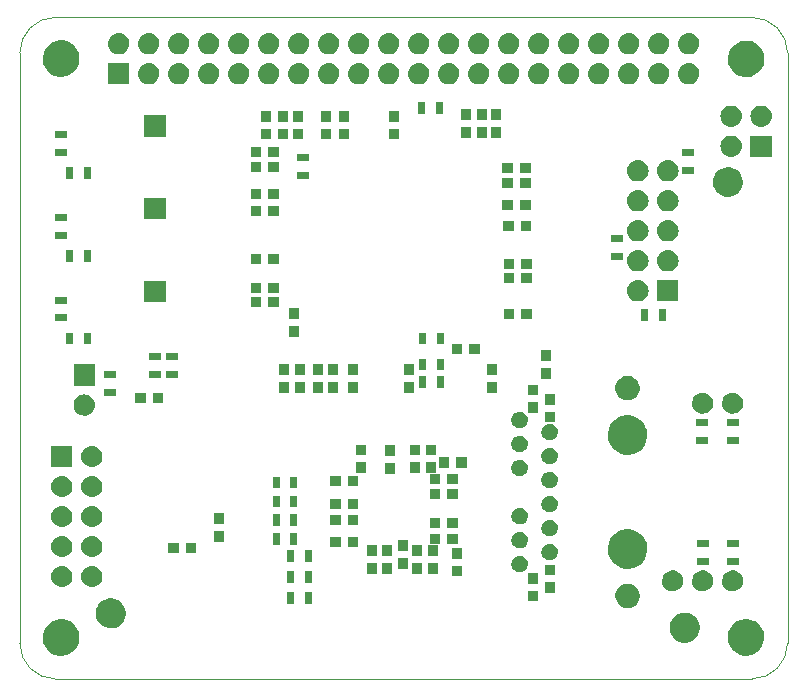
<source format=gbr>
G04 #@! TF.FileFunction,Soldermask,Bot*
%FSLAX45Y45*%
G04 Gerber Fmt 4.5, Leading zero omitted, Abs format (unit mm)*
G04 Created by KiCad (PCBNEW 4.0.7) date 06/19/18 16:53:46*
%MOMM*%
%LPD*%
G01*
G04 APERTURE LIST*
%ADD10C,0.100000*%
G04 APERTURE END LIST*
D10*
X7854636Y-6381761D02*
X7854636Y-11381761D01*
X7854636Y-6381761D02*
G75*
G02X8154636Y-6081761I300000J0D01*
G01*
X14054636Y-6081761D02*
X8154636Y-6081761D01*
X14054636Y-6081761D02*
G75*
G02X14354636Y-6381761I0J-300000D01*
G01*
X14354636Y-11381761D02*
X14354636Y-6381761D01*
X8154636Y-11681761D02*
G75*
G02X7854636Y-11381761I0J300000D01*
G01*
X8154636Y-11681761D02*
X14054636Y-11681761D01*
X14354635Y-11382285D02*
G75*
G02X14054636Y-11681761I-300000J524D01*
G01*
G36*
X8220280Y-11177103D02*
X8250056Y-11183215D01*
X8271073Y-11192050D01*
X8278078Y-11194995D01*
X8278079Y-11194995D01*
X8303279Y-11211993D01*
X8324698Y-11233561D01*
X8341519Y-11258880D01*
X8353103Y-11286983D01*
X8359003Y-11316784D01*
X8359003Y-11316784D01*
X8359007Y-11316801D01*
X8358522Y-11351521D01*
X8358518Y-11351537D01*
X8358518Y-11351538D01*
X8351787Y-11381162D01*
X8339424Y-11408931D01*
X8321902Y-11433770D01*
X8299889Y-11454733D01*
X8274224Y-11471020D01*
X8245884Y-11482013D01*
X8215949Y-11487291D01*
X8185558Y-11486654D01*
X8155870Y-11480127D01*
X8128016Y-11467958D01*
X8103055Y-11450609D01*
X8081940Y-11428744D01*
X8065473Y-11403193D01*
X8054283Y-11374931D01*
X8048796Y-11345033D01*
X8049221Y-11314639D01*
X8055540Y-11284906D01*
X8067515Y-11256967D01*
X8084688Y-11231886D01*
X8106407Y-11210618D01*
X8131841Y-11193974D01*
X8160025Y-11182587D01*
X8189884Y-11176891D01*
X8220280Y-11177103D01*
X8220280Y-11177103D01*
G37*
G36*
X14019280Y-11176103D02*
X14049056Y-11182215D01*
X14070073Y-11191050D01*
X14077078Y-11193995D01*
X14078561Y-11194995D01*
X14102279Y-11210993D01*
X14123698Y-11232561D01*
X14140519Y-11257880D01*
X14140519Y-11257880D01*
X14140931Y-11258880D01*
X14152103Y-11285983D01*
X14158003Y-11315784D01*
X14158003Y-11315784D01*
X14158007Y-11315801D01*
X14157522Y-11350521D01*
X14157518Y-11350537D01*
X14157518Y-11350538D01*
X14150787Y-11380162D01*
X14138424Y-11407931D01*
X14120902Y-11432770D01*
X14098889Y-11453733D01*
X14073224Y-11470020D01*
X14044884Y-11481013D01*
X14014949Y-11486291D01*
X13984558Y-11485654D01*
X13954870Y-11479127D01*
X13927016Y-11466958D01*
X13902055Y-11449609D01*
X13880940Y-11427744D01*
X13864473Y-11402193D01*
X13853283Y-11373931D01*
X13847796Y-11344033D01*
X13848221Y-11313639D01*
X13854540Y-11283906D01*
X13866515Y-11255967D01*
X13883688Y-11230886D01*
X13905407Y-11209618D01*
X13930841Y-11192974D01*
X13959025Y-11181587D01*
X13988884Y-11175891D01*
X14019280Y-11176103D01*
X14019280Y-11176103D01*
G37*
G36*
X13498339Y-11121084D02*
X13522736Y-11126092D01*
X13545697Y-11135744D01*
X13566345Y-11149671D01*
X13583894Y-11167344D01*
X13597677Y-11188088D01*
X13607168Y-11211115D01*
X13612002Y-11235530D01*
X13612002Y-11235530D01*
X13612005Y-11235547D01*
X13611608Y-11263994D01*
X13611604Y-11264011D01*
X13611604Y-11264012D01*
X13606090Y-11288281D01*
X13595960Y-11311034D01*
X13581603Y-11331386D01*
X13563568Y-11348562D01*
X13542539Y-11361907D01*
X13519318Y-11370914D01*
X13494791Y-11375238D01*
X13469890Y-11374717D01*
X13445565Y-11369369D01*
X13422742Y-11359398D01*
X13402290Y-11345183D01*
X13384989Y-11327268D01*
X13371497Y-11306332D01*
X13362329Y-11283175D01*
X13357833Y-11258679D01*
X13358181Y-11233775D01*
X13363359Y-11209413D01*
X13373170Y-11186521D01*
X13387241Y-11165971D01*
X13405036Y-11148545D01*
X13425876Y-11134908D01*
X13448969Y-11125577D01*
X13473434Y-11120911D01*
X13498339Y-11121084D01*
X13498339Y-11121084D01*
G37*
G36*
X8638339Y-10998084D02*
X8662736Y-11003092D01*
X8685697Y-11012744D01*
X8706345Y-11026671D01*
X8723894Y-11044344D01*
X8737677Y-11065089D01*
X8747168Y-11088116D01*
X8752002Y-11112530D01*
X8752002Y-11112530D01*
X8752005Y-11112547D01*
X8751608Y-11140994D01*
X8751604Y-11141011D01*
X8751604Y-11141012D01*
X8746090Y-11165282D01*
X8735960Y-11188034D01*
X8721603Y-11208386D01*
X8703568Y-11225562D01*
X8682539Y-11238907D01*
X8659318Y-11247914D01*
X8634791Y-11252238D01*
X8609890Y-11251717D01*
X8585565Y-11246369D01*
X8562742Y-11236398D01*
X8542290Y-11222183D01*
X8524989Y-11204268D01*
X8511497Y-11183332D01*
X8502329Y-11160176D01*
X8497833Y-11135679D01*
X8498181Y-11110775D01*
X8503359Y-11086413D01*
X8513170Y-11063521D01*
X8527241Y-11042971D01*
X8545037Y-11025545D01*
X8565877Y-11011908D01*
X8588969Y-11002577D01*
X8613434Y-10997911D01*
X8638339Y-10998084D01*
X8638339Y-10998084D01*
G37*
G36*
X13010871Y-10875569D02*
X13030753Y-10879650D01*
X13049465Y-10887516D01*
X13066293Y-10898866D01*
X13080595Y-10913268D01*
X13091827Y-10930174D01*
X13099562Y-10948941D01*
X13103501Y-10968834D01*
X13103501Y-10968835D01*
X13103504Y-10968851D01*
X13103181Y-10992035D01*
X13103177Y-10992052D01*
X13103177Y-10992052D01*
X13098684Y-11011828D01*
X13090428Y-11030370D01*
X13078728Y-11046956D01*
X13064029Y-11060954D01*
X13046892Y-11071830D01*
X13027968Y-11079170D01*
X13007979Y-11082694D01*
X12987686Y-11082269D01*
X12967862Y-11077911D01*
X12949262Y-11069785D01*
X12932595Y-11058201D01*
X12918495Y-11043600D01*
X12907500Y-11026538D01*
X12900028Y-11007667D01*
X12896364Y-10987703D01*
X12896647Y-10967407D01*
X12900867Y-10947553D01*
X12908863Y-10928897D01*
X12920331Y-10912150D01*
X12934833Y-10897948D01*
X12951817Y-10886834D01*
X12970636Y-10879230D01*
X12990574Y-10875427D01*
X13010871Y-10875569D01*
X13010871Y-10875569D01*
G37*
G36*
X10175000Y-11050000D02*
X10115000Y-11050000D01*
X10115000Y-10950000D01*
X10175000Y-10950000D01*
X10175000Y-11050000D01*
X10175000Y-11050000D01*
G37*
G36*
X10325000Y-11050000D02*
X10265000Y-11050000D01*
X10265000Y-10950000D01*
X10325000Y-10950000D01*
X10325000Y-11050000D01*
X10325000Y-11050000D01*
G37*
G36*
X12242500Y-11025000D02*
X12157500Y-11025000D01*
X12157500Y-10935000D01*
X12242500Y-10935000D01*
X12242500Y-11025000D01*
X12242500Y-11025000D01*
G37*
G36*
X12382500Y-10955000D02*
X12297500Y-10955000D01*
X12297500Y-10865000D01*
X12382500Y-10865000D01*
X12382500Y-10955000D01*
X12382500Y-10955000D01*
G37*
G36*
X13390295Y-10763559D02*
X13407296Y-10767049D01*
X13417648Y-10771400D01*
X13420939Y-10772783D01*
X13423297Y-10773775D01*
X13437685Y-10783480D01*
X13449914Y-10795795D01*
X13459519Y-10810251D01*
X13466133Y-10826297D01*
X13467677Y-10834095D01*
X13469504Y-10843322D01*
X13469227Y-10863146D01*
X13469223Y-10863162D01*
X13469223Y-10863163D01*
X13465382Y-10880070D01*
X13458323Y-10895925D01*
X13448318Y-10910108D01*
X13435750Y-10922076D01*
X13421096Y-10931376D01*
X13404914Y-10937653D01*
X13387823Y-10940666D01*
X13370470Y-10940303D01*
X13353520Y-10936576D01*
X13337616Y-10929628D01*
X13323364Y-10919722D01*
X13311307Y-10907238D01*
X13301906Y-10892649D01*
X13295517Y-10876512D01*
X13292384Y-10859442D01*
X13292626Y-10842087D01*
X13296234Y-10825111D01*
X13303071Y-10809159D01*
X13312877Y-10794838D01*
X13325277Y-10782695D01*
X13339800Y-10773192D01*
X13355892Y-10766690D01*
X13372940Y-10763438D01*
X13390295Y-10763559D01*
X13390295Y-10763559D01*
G37*
G36*
X13644295Y-10763559D02*
X13661296Y-10767049D01*
X13671648Y-10771400D01*
X13674939Y-10772783D01*
X13677297Y-10773775D01*
X13691685Y-10783480D01*
X13703914Y-10795795D01*
X13713519Y-10810251D01*
X13720133Y-10826297D01*
X13721677Y-10834095D01*
X13723504Y-10843322D01*
X13723227Y-10863146D01*
X13723223Y-10863162D01*
X13723223Y-10863163D01*
X13719382Y-10880070D01*
X13712323Y-10895925D01*
X13702318Y-10910108D01*
X13689750Y-10922076D01*
X13675096Y-10931376D01*
X13658914Y-10937653D01*
X13641823Y-10940666D01*
X13624470Y-10940303D01*
X13607520Y-10936576D01*
X13591616Y-10929628D01*
X13577364Y-10919722D01*
X13565307Y-10907238D01*
X13555906Y-10892649D01*
X13549517Y-10876512D01*
X13546384Y-10859442D01*
X13546626Y-10842087D01*
X13550234Y-10825111D01*
X13557071Y-10809159D01*
X13566877Y-10794838D01*
X13579277Y-10782695D01*
X13593800Y-10773192D01*
X13609892Y-10766690D01*
X13626940Y-10763438D01*
X13644295Y-10763559D01*
X13644295Y-10763559D01*
G37*
G36*
X13898295Y-10763559D02*
X13915296Y-10767049D01*
X13925648Y-10771400D01*
X13928939Y-10772783D01*
X13931297Y-10773775D01*
X13945685Y-10783480D01*
X13957914Y-10795795D01*
X13967519Y-10810251D01*
X13974133Y-10826297D01*
X13975677Y-10834095D01*
X13977504Y-10843322D01*
X13977227Y-10863146D01*
X13977223Y-10863162D01*
X13977223Y-10863163D01*
X13973382Y-10880070D01*
X13966323Y-10895925D01*
X13956318Y-10910108D01*
X13943750Y-10922076D01*
X13929096Y-10931376D01*
X13912914Y-10937653D01*
X13895823Y-10940666D01*
X13878470Y-10940303D01*
X13861520Y-10936576D01*
X13845616Y-10929628D01*
X13831364Y-10919722D01*
X13819307Y-10907238D01*
X13809906Y-10892649D01*
X13803517Y-10876512D01*
X13800384Y-10859442D01*
X13800626Y-10842087D01*
X13804234Y-10825111D01*
X13811071Y-10809159D01*
X13820877Y-10794838D01*
X13833277Y-10782695D01*
X13847800Y-10773192D01*
X13863892Y-10766690D01*
X13880940Y-10763438D01*
X13898295Y-10763559D01*
X13898295Y-10763559D01*
G37*
G36*
X8211590Y-10726008D02*
X8211591Y-10726008D01*
X8211692Y-10726009D01*
X8229148Y-10727967D01*
X8245890Y-10733278D01*
X8261282Y-10741740D01*
X8274738Y-10753030D01*
X8285744Y-10766719D01*
X8293882Y-10782285D01*
X8298841Y-10799136D01*
X8298842Y-10799138D01*
X8298842Y-10799138D01*
X8300433Y-10816628D01*
X8298727Y-10832864D01*
X8298597Y-10834097D01*
X8293403Y-10850876D01*
X8285049Y-10866327D01*
X8273853Y-10879861D01*
X8260241Y-10890963D01*
X8244732Y-10899209D01*
X8227917Y-10904286D01*
X8210435Y-10906000D01*
X8209555Y-10906000D01*
X8208410Y-10905992D01*
X8208409Y-10905992D01*
X8208308Y-10905991D01*
X8190852Y-10904033D01*
X8174110Y-10898722D01*
X8158717Y-10890260D01*
X8145262Y-10878970D01*
X8134256Y-10865281D01*
X8126118Y-10849715D01*
X8121159Y-10832864D01*
X8121158Y-10832862D01*
X8121158Y-10832862D01*
X8119567Y-10815372D01*
X8121402Y-10797906D01*
X8121402Y-10797905D01*
X8121403Y-10797903D01*
X8126597Y-10781124D01*
X8134951Y-10765673D01*
X8146147Y-10752139D01*
X8159759Y-10741037D01*
X8175268Y-10732791D01*
X8192083Y-10727714D01*
X8209564Y-10726000D01*
X8210444Y-10726000D01*
X8211590Y-10726008D01*
X8211590Y-10726008D01*
G37*
G36*
X8465590Y-10726008D02*
X8465591Y-10726008D01*
X8465692Y-10726009D01*
X8483148Y-10727967D01*
X8499890Y-10733278D01*
X8515283Y-10741740D01*
X8528738Y-10753030D01*
X8539744Y-10766719D01*
X8547882Y-10782285D01*
X8552841Y-10799136D01*
X8552842Y-10799138D01*
X8552842Y-10799138D01*
X8554433Y-10816628D01*
X8552727Y-10832864D01*
X8552597Y-10834097D01*
X8547403Y-10850876D01*
X8539049Y-10866327D01*
X8527853Y-10879861D01*
X8514241Y-10890963D01*
X8498732Y-10899209D01*
X8481917Y-10904286D01*
X8464436Y-10906000D01*
X8463555Y-10906000D01*
X8462410Y-10905992D01*
X8462409Y-10905992D01*
X8462308Y-10905991D01*
X8444852Y-10904033D01*
X8428110Y-10898722D01*
X8412718Y-10890260D01*
X8399262Y-10878970D01*
X8388256Y-10865281D01*
X8380118Y-10849715D01*
X8375159Y-10832864D01*
X8375158Y-10832862D01*
X8375158Y-10832862D01*
X8373567Y-10815372D01*
X8375402Y-10797906D01*
X8375402Y-10797905D01*
X8375403Y-10797903D01*
X8380597Y-10781124D01*
X8388951Y-10765673D01*
X8400147Y-10752139D01*
X8413759Y-10741037D01*
X8429268Y-10732791D01*
X8446083Y-10727714D01*
X8463565Y-10726000D01*
X8464445Y-10726000D01*
X8465590Y-10726008D01*
X8465590Y-10726008D01*
G37*
G36*
X12242500Y-10875000D02*
X12157500Y-10875000D01*
X12157500Y-10785000D01*
X12242500Y-10785000D01*
X12242500Y-10875000D01*
X12242500Y-10875000D01*
G37*
G36*
X10175000Y-10870000D02*
X10115000Y-10870000D01*
X10115000Y-10770000D01*
X10175000Y-10770000D01*
X10175000Y-10870000D01*
X10175000Y-10870000D01*
G37*
G36*
X10325000Y-10870000D02*
X10265000Y-10870000D01*
X10265000Y-10770000D01*
X10325000Y-10770000D01*
X10325000Y-10870000D01*
X10325000Y-10870000D01*
G37*
G36*
X11597500Y-10815000D02*
X11512500Y-10815000D01*
X11512500Y-10725000D01*
X11597500Y-10725000D01*
X11597500Y-10815000D01*
X11597500Y-10815000D01*
G37*
G36*
X12382500Y-10805000D02*
X12297500Y-10805000D01*
X12297500Y-10715000D01*
X12382500Y-10715000D01*
X12382500Y-10805000D01*
X12382500Y-10805000D01*
G37*
G36*
X10882500Y-10790000D02*
X10797500Y-10790000D01*
X10797500Y-10700000D01*
X10882500Y-10700000D01*
X10882500Y-10790000D01*
X10882500Y-10790000D01*
G37*
G36*
X11392500Y-10790000D02*
X11307500Y-10790000D01*
X11307500Y-10700000D01*
X11392500Y-10700000D01*
X11392500Y-10790000D01*
X11392500Y-10790000D01*
G37*
G36*
X11262500Y-10790000D02*
X11177500Y-10790000D01*
X11177500Y-10700000D01*
X11262500Y-10700000D01*
X11262500Y-10790000D01*
X11262500Y-10790000D01*
G37*
G36*
X11002500Y-10790000D02*
X10917500Y-10790000D01*
X10917500Y-10700000D01*
X11002500Y-10700000D01*
X11002500Y-10790000D01*
X11002500Y-10790000D01*
G37*
G36*
X12093352Y-10640047D02*
X12106799Y-10642807D01*
X12119455Y-10648127D01*
X12130836Y-10655803D01*
X12140509Y-10665544D01*
X12148105Y-10676978D01*
X12153337Y-10689670D01*
X12156000Y-10703119D01*
X12156003Y-10703136D01*
X12155784Y-10718816D01*
X12155780Y-10718833D01*
X12152743Y-10732203D01*
X12147159Y-10744743D01*
X12139246Y-10755961D01*
X12129305Y-10765428D01*
X12117714Y-10772783D01*
X12104915Y-10777748D01*
X12091397Y-10780132D01*
X12077671Y-10779844D01*
X12064264Y-10776896D01*
X12051685Y-10771400D01*
X12040412Y-10763566D01*
X12030876Y-10753691D01*
X12023439Y-10742152D01*
X12018386Y-10729388D01*
X12015908Y-10715886D01*
X12016100Y-10702159D01*
X12018954Y-10688731D01*
X12024362Y-10676114D01*
X12032117Y-10664787D01*
X12041926Y-10655182D01*
X12053412Y-10647666D01*
X12066141Y-10642523D01*
X12079625Y-10639951D01*
X12093352Y-10640047D01*
X12093352Y-10640047D01*
G37*
G36*
X11142500Y-10750000D02*
X11057500Y-10750000D01*
X11057500Y-10660000D01*
X11142500Y-10660000D01*
X11142500Y-10750000D01*
X11142500Y-10750000D01*
G37*
G36*
X13017541Y-10415611D02*
X13049622Y-10422196D01*
X13079814Y-10434888D01*
X13106965Y-10453202D01*
X13130042Y-10476440D01*
X13137089Y-10487047D01*
X13148166Y-10503719D01*
X13154406Y-10518859D01*
X13160646Y-10533998D01*
X13166784Y-10565000D01*
X13167007Y-10566125D01*
X13166485Y-10603532D01*
X13166481Y-10603549D01*
X13166481Y-10603549D01*
X13159229Y-10635469D01*
X13145908Y-10665387D01*
X13127030Y-10692150D01*
X13103313Y-10714735D01*
X13075661Y-10732283D01*
X13045127Y-10744127D01*
X13012874Y-10749814D01*
X12980131Y-10749128D01*
X12948144Y-10742095D01*
X12918133Y-10728984D01*
X12891240Y-10710292D01*
X12868490Y-10686734D01*
X12850749Y-10659205D01*
X12838692Y-10628754D01*
X12832780Y-10596542D01*
X12833238Y-10563795D01*
X12840047Y-10531760D01*
X12852949Y-10501658D01*
X12871451Y-10474635D01*
X12894851Y-10451721D01*
X12922255Y-10433788D01*
X12952621Y-10421519D01*
X12984791Y-10415383D01*
X13017541Y-10415611D01*
X13017541Y-10415611D01*
G37*
G36*
X13940000Y-10715000D02*
X13840000Y-10715000D01*
X13840000Y-10655000D01*
X13940000Y-10655000D01*
X13940000Y-10715000D01*
X13940000Y-10715000D01*
G37*
G36*
X13690000Y-10715000D02*
X13590000Y-10715000D01*
X13590000Y-10655000D01*
X13690000Y-10655000D01*
X13690000Y-10715000D01*
X13690000Y-10715000D01*
G37*
G36*
X10175000Y-10690000D02*
X10115000Y-10690000D01*
X10115000Y-10590000D01*
X10175000Y-10590000D01*
X10175000Y-10690000D01*
X10175000Y-10690000D01*
G37*
G36*
X10325000Y-10690000D02*
X10265000Y-10690000D01*
X10265000Y-10590000D01*
X10325000Y-10590000D01*
X10325000Y-10690000D01*
X10325000Y-10690000D01*
G37*
G36*
X12347352Y-10538047D02*
X12360799Y-10540807D01*
X12373455Y-10546127D01*
X12384836Y-10553803D01*
X12394509Y-10563544D01*
X12402105Y-10574978D01*
X12407337Y-10587670D01*
X12410000Y-10601119D01*
X12410003Y-10601136D01*
X12409784Y-10616816D01*
X12409780Y-10616833D01*
X12406743Y-10630203D01*
X12401159Y-10642743D01*
X12393246Y-10653961D01*
X12383305Y-10663428D01*
X12371714Y-10670783D01*
X12358915Y-10675748D01*
X12345397Y-10678132D01*
X12331671Y-10677844D01*
X12318264Y-10674896D01*
X12305685Y-10669400D01*
X12294412Y-10661566D01*
X12284876Y-10651691D01*
X12277439Y-10640152D01*
X12272386Y-10627388D01*
X12269908Y-10613886D01*
X12270100Y-10600159D01*
X12272954Y-10586731D01*
X12278362Y-10574114D01*
X12286117Y-10562787D01*
X12295926Y-10553182D01*
X12307412Y-10545666D01*
X12320141Y-10540523D01*
X12333625Y-10537951D01*
X12347352Y-10538047D01*
X12347352Y-10538047D01*
G37*
G36*
X11597500Y-10665000D02*
X11512500Y-10665000D01*
X11512500Y-10575000D01*
X11597500Y-10575000D01*
X11597500Y-10665000D01*
X11597500Y-10665000D01*
G37*
G36*
X8211590Y-10472008D02*
X8211591Y-10472008D01*
X8211692Y-10472009D01*
X8229148Y-10473967D01*
X8245890Y-10479278D01*
X8261282Y-10487740D01*
X8274738Y-10499030D01*
X8285744Y-10512719D01*
X8293882Y-10528285D01*
X8298841Y-10545136D01*
X8298842Y-10545138D01*
X8298842Y-10545138D01*
X8300433Y-10562628D01*
X8298727Y-10578864D01*
X8298597Y-10580097D01*
X8293403Y-10596876D01*
X8285049Y-10612327D01*
X8273853Y-10625861D01*
X8260241Y-10636963D01*
X8244732Y-10645209D01*
X8227917Y-10650286D01*
X8210435Y-10652000D01*
X8209555Y-10652000D01*
X8208410Y-10651992D01*
X8208409Y-10651992D01*
X8208308Y-10651991D01*
X8190852Y-10650033D01*
X8174110Y-10644722D01*
X8158717Y-10636260D01*
X8145262Y-10624970D01*
X8134256Y-10611281D01*
X8126118Y-10595715D01*
X8121159Y-10578864D01*
X8121158Y-10578862D01*
X8121158Y-10578862D01*
X8119567Y-10561372D01*
X8121402Y-10543906D01*
X8121402Y-10543905D01*
X8121403Y-10543903D01*
X8126597Y-10527124D01*
X8134951Y-10511673D01*
X8146147Y-10498139D01*
X8159759Y-10487037D01*
X8175268Y-10478791D01*
X8192083Y-10473714D01*
X8209564Y-10472000D01*
X8210444Y-10472000D01*
X8211590Y-10472008D01*
X8211590Y-10472008D01*
G37*
G36*
X8465590Y-10472008D02*
X8465591Y-10472008D01*
X8465692Y-10472009D01*
X8483148Y-10473967D01*
X8499890Y-10479278D01*
X8515283Y-10487740D01*
X8528738Y-10499030D01*
X8539744Y-10512719D01*
X8547882Y-10528285D01*
X8552841Y-10545136D01*
X8552842Y-10545138D01*
X8552842Y-10545138D01*
X8554433Y-10562628D01*
X8552727Y-10578864D01*
X8552597Y-10580097D01*
X8547403Y-10596876D01*
X8539049Y-10612327D01*
X8527853Y-10625861D01*
X8514241Y-10636963D01*
X8498732Y-10645209D01*
X8481917Y-10650286D01*
X8464436Y-10652000D01*
X8463555Y-10652000D01*
X8462410Y-10651992D01*
X8462409Y-10651992D01*
X8462308Y-10651991D01*
X8444852Y-10650033D01*
X8428110Y-10644722D01*
X8412718Y-10636260D01*
X8399262Y-10624970D01*
X8388256Y-10611281D01*
X8380118Y-10595715D01*
X8375159Y-10578864D01*
X8375158Y-10578862D01*
X8375158Y-10578862D01*
X8373567Y-10561372D01*
X8375402Y-10543906D01*
X8375402Y-10543905D01*
X8375403Y-10543903D01*
X8380597Y-10527124D01*
X8388951Y-10511673D01*
X8400147Y-10498139D01*
X8413759Y-10487037D01*
X8429268Y-10478791D01*
X8446083Y-10473714D01*
X8463565Y-10472000D01*
X8464445Y-10472000D01*
X8465590Y-10472008D01*
X8465590Y-10472008D01*
G37*
G36*
X11392500Y-10640000D02*
X11307500Y-10640000D01*
X11307500Y-10550000D01*
X11392500Y-10550000D01*
X11392500Y-10640000D01*
X11392500Y-10640000D01*
G37*
G36*
X10882500Y-10640000D02*
X10797500Y-10640000D01*
X10797500Y-10550000D01*
X10882500Y-10550000D01*
X10882500Y-10640000D01*
X10882500Y-10640000D01*
G37*
G36*
X11262500Y-10640000D02*
X11177500Y-10640000D01*
X11177500Y-10550000D01*
X11262500Y-10550000D01*
X11262500Y-10640000D01*
X11262500Y-10640000D01*
G37*
G36*
X11002500Y-10640000D02*
X10917500Y-10640000D01*
X10917500Y-10550000D01*
X11002500Y-10550000D01*
X11002500Y-10640000D01*
X11002500Y-10640000D01*
G37*
G36*
X9350000Y-10612500D02*
X9260000Y-10612500D01*
X9260000Y-10527500D01*
X9350000Y-10527500D01*
X9350000Y-10612500D01*
X9350000Y-10612500D01*
G37*
G36*
X9200000Y-10612500D02*
X9110000Y-10612500D01*
X9110000Y-10527500D01*
X9200000Y-10527500D01*
X9200000Y-10612500D01*
X9200000Y-10612500D01*
G37*
G36*
X11142500Y-10600000D02*
X11057500Y-10600000D01*
X11057500Y-10510000D01*
X11142500Y-10510000D01*
X11142500Y-10600000D01*
X11142500Y-10600000D01*
G37*
G36*
X12093352Y-10437047D02*
X12106799Y-10439807D01*
X12119455Y-10445127D01*
X12130836Y-10452803D01*
X12140509Y-10462544D01*
X12148098Y-10473967D01*
X12148105Y-10473978D01*
X12148376Y-10474635D01*
X12153337Y-10486670D01*
X12156000Y-10500119D01*
X12156003Y-10500136D01*
X12155784Y-10515816D01*
X12155780Y-10515833D01*
X12152743Y-10529203D01*
X12147159Y-10541743D01*
X12139246Y-10552961D01*
X12129305Y-10562428D01*
X12117714Y-10569783D01*
X12104915Y-10574748D01*
X12091397Y-10577132D01*
X12077671Y-10576844D01*
X12064264Y-10573896D01*
X12051685Y-10568400D01*
X12040412Y-10560566D01*
X12030876Y-10550691D01*
X12023439Y-10539152D01*
X12018386Y-10526388D01*
X12015908Y-10512886D01*
X12016100Y-10499159D01*
X12018954Y-10485731D01*
X12024362Y-10473114D01*
X12032117Y-10461787D01*
X12041926Y-10452182D01*
X12053412Y-10444666D01*
X12066141Y-10439523D01*
X12079625Y-10436951D01*
X12093352Y-10437047D01*
X12093352Y-10437047D01*
G37*
G36*
X13940000Y-10565000D02*
X13840000Y-10565000D01*
X13840000Y-10505000D01*
X13940000Y-10505000D01*
X13940000Y-10565000D01*
X13940000Y-10565000D01*
G37*
G36*
X13690000Y-10565000D02*
X13590000Y-10565000D01*
X13590000Y-10505000D01*
X13690000Y-10505000D01*
X13690000Y-10565000D01*
X13690000Y-10565000D01*
G37*
G36*
X10570000Y-10562500D02*
X10480000Y-10562500D01*
X10480000Y-10477500D01*
X10570000Y-10477500D01*
X10570000Y-10562500D01*
X10570000Y-10562500D01*
G37*
G36*
X10720000Y-10562500D02*
X10630000Y-10562500D01*
X10630000Y-10477500D01*
X10720000Y-10477500D01*
X10720000Y-10562500D01*
X10720000Y-10562500D01*
G37*
G36*
X10205000Y-10550000D02*
X10145000Y-10550000D01*
X10145000Y-10450000D01*
X10205000Y-10450000D01*
X10205000Y-10550000D01*
X10205000Y-10550000D01*
G37*
G36*
X10055000Y-10550000D02*
X9995000Y-10550000D01*
X9995000Y-10450000D01*
X10055000Y-10450000D01*
X10055000Y-10550000D01*
X10055000Y-10550000D01*
G37*
G36*
X11565000Y-10542500D02*
X11475000Y-10542500D01*
X11475000Y-10457500D01*
X11565000Y-10457500D01*
X11565000Y-10542500D01*
X11565000Y-10542500D01*
G37*
G36*
X11415000Y-10542500D02*
X11325000Y-10542500D01*
X11325000Y-10457500D01*
X11415000Y-10457500D01*
X11415000Y-10542500D01*
X11415000Y-10542500D01*
G37*
G36*
X9582500Y-10520000D02*
X9497500Y-10520000D01*
X9497500Y-10430000D01*
X9582500Y-10430000D01*
X9582500Y-10520000D01*
X9582500Y-10520000D01*
G37*
G36*
X12347352Y-10335047D02*
X12360799Y-10337807D01*
X12373455Y-10343127D01*
X12384836Y-10350803D01*
X12394509Y-10360544D01*
X12402105Y-10371978D01*
X12407337Y-10384670D01*
X12409974Y-10397992D01*
X12410003Y-10398136D01*
X12409784Y-10413816D01*
X12409780Y-10413833D01*
X12406743Y-10427203D01*
X12401159Y-10439743D01*
X12393246Y-10450961D01*
X12383305Y-10460428D01*
X12371714Y-10467783D01*
X12358915Y-10472748D01*
X12345397Y-10475132D01*
X12331671Y-10474844D01*
X12318264Y-10471896D01*
X12305685Y-10466400D01*
X12294412Y-10458566D01*
X12284876Y-10448691D01*
X12277439Y-10437152D01*
X12272386Y-10424388D01*
X12269908Y-10410886D01*
X12270100Y-10397159D01*
X12272954Y-10383731D01*
X12278362Y-10371114D01*
X12286117Y-10359787D01*
X12295926Y-10350182D01*
X12307412Y-10342666D01*
X12320141Y-10337523D01*
X12333625Y-10334951D01*
X12347352Y-10335047D01*
X12347352Y-10335047D01*
G37*
G36*
X11415000Y-10407500D02*
X11325000Y-10407500D01*
X11325000Y-10322500D01*
X11415000Y-10322500D01*
X11415000Y-10407500D01*
X11415000Y-10407500D01*
G37*
G36*
X11565000Y-10407500D02*
X11475000Y-10407500D01*
X11475000Y-10322500D01*
X11565000Y-10322500D01*
X11565000Y-10407500D01*
X11565000Y-10407500D01*
G37*
G36*
X8211590Y-10218008D02*
X8211591Y-10218008D01*
X8211692Y-10218009D01*
X8229148Y-10219967D01*
X8245890Y-10225278D01*
X8261282Y-10233740D01*
X8274738Y-10245030D01*
X8285744Y-10258719D01*
X8293882Y-10274285D01*
X8298841Y-10291136D01*
X8298842Y-10291138D01*
X8298842Y-10291138D01*
X8300433Y-10308628D01*
X8298727Y-10324864D01*
X8298597Y-10326097D01*
X8293403Y-10342876D01*
X8285049Y-10358327D01*
X8273853Y-10371861D01*
X8260241Y-10382963D01*
X8244732Y-10391209D01*
X8227917Y-10396286D01*
X8210435Y-10398000D01*
X8209555Y-10398000D01*
X8208410Y-10397992D01*
X8208409Y-10397992D01*
X8208308Y-10397991D01*
X8190852Y-10396033D01*
X8174110Y-10390722D01*
X8158717Y-10382260D01*
X8145262Y-10370970D01*
X8134256Y-10357281D01*
X8126118Y-10341715D01*
X8121159Y-10324864D01*
X8121158Y-10324862D01*
X8121158Y-10324862D01*
X8119567Y-10307372D01*
X8121402Y-10289906D01*
X8121402Y-10289905D01*
X8121403Y-10289903D01*
X8126597Y-10273124D01*
X8134951Y-10257673D01*
X8146147Y-10244139D01*
X8159759Y-10233037D01*
X8175268Y-10224791D01*
X8192083Y-10219714D01*
X8209564Y-10218000D01*
X8210444Y-10218000D01*
X8211590Y-10218008D01*
X8211590Y-10218008D01*
G37*
G36*
X8465590Y-10218008D02*
X8465591Y-10218008D01*
X8465692Y-10218009D01*
X8483148Y-10219967D01*
X8499890Y-10225278D01*
X8515283Y-10233740D01*
X8528738Y-10245030D01*
X8539744Y-10258719D01*
X8547882Y-10274285D01*
X8552841Y-10291136D01*
X8552842Y-10291138D01*
X8552842Y-10291138D01*
X8554433Y-10308628D01*
X8552727Y-10324864D01*
X8552597Y-10326097D01*
X8547403Y-10342876D01*
X8539049Y-10358327D01*
X8527853Y-10371861D01*
X8514241Y-10382963D01*
X8498732Y-10391209D01*
X8481917Y-10396286D01*
X8464436Y-10398000D01*
X8463555Y-10398000D01*
X8462410Y-10397992D01*
X8462409Y-10397992D01*
X8462308Y-10397991D01*
X8444852Y-10396033D01*
X8428110Y-10390722D01*
X8412718Y-10382260D01*
X8399262Y-10370970D01*
X8388256Y-10357281D01*
X8380118Y-10341715D01*
X8375159Y-10324864D01*
X8375158Y-10324862D01*
X8375158Y-10324862D01*
X8373567Y-10307372D01*
X8375402Y-10289906D01*
X8375402Y-10289905D01*
X8375403Y-10289903D01*
X8380597Y-10273124D01*
X8388951Y-10257673D01*
X8400147Y-10244139D01*
X8413759Y-10233037D01*
X8429268Y-10224791D01*
X8446083Y-10219714D01*
X8463565Y-10218000D01*
X8464445Y-10218000D01*
X8465590Y-10218008D01*
X8465590Y-10218008D01*
G37*
G36*
X10055000Y-10390000D02*
X9995000Y-10390000D01*
X9995000Y-10290000D01*
X10055000Y-10290000D01*
X10055000Y-10390000D01*
X10055000Y-10390000D01*
G37*
G36*
X10205000Y-10390000D02*
X10145000Y-10390000D01*
X10145000Y-10290000D01*
X10205000Y-10290000D01*
X10205000Y-10390000D01*
X10205000Y-10390000D01*
G37*
G36*
X10720000Y-10382500D02*
X10630000Y-10382500D01*
X10630000Y-10297500D01*
X10720000Y-10297500D01*
X10720000Y-10382500D01*
X10720000Y-10382500D01*
G37*
G36*
X10570000Y-10382500D02*
X10480000Y-10382500D01*
X10480000Y-10297500D01*
X10570000Y-10297500D01*
X10570000Y-10382500D01*
X10570000Y-10382500D01*
G37*
G36*
X12093352Y-10234047D02*
X12106799Y-10236807D01*
X12119455Y-10242127D01*
X12130836Y-10249803D01*
X12140509Y-10259544D01*
X12148105Y-10270978D01*
X12153337Y-10283670D01*
X12156000Y-10297119D01*
X12156003Y-10297136D01*
X12155784Y-10312816D01*
X12155780Y-10312833D01*
X12152743Y-10326203D01*
X12147159Y-10338743D01*
X12139246Y-10349961D01*
X12129305Y-10359428D01*
X12117714Y-10366783D01*
X12104915Y-10371748D01*
X12091397Y-10374132D01*
X12077671Y-10373844D01*
X12064264Y-10370896D01*
X12051685Y-10365400D01*
X12040412Y-10357566D01*
X12030876Y-10347691D01*
X12023439Y-10336152D01*
X12018386Y-10323388D01*
X12015908Y-10309886D01*
X12016100Y-10296159D01*
X12018954Y-10282731D01*
X12024362Y-10270114D01*
X12032117Y-10258787D01*
X12041926Y-10249182D01*
X12053412Y-10241666D01*
X12066141Y-10236523D01*
X12079625Y-10233951D01*
X12093352Y-10234047D01*
X12093352Y-10234047D01*
G37*
G36*
X9582500Y-10370000D02*
X9497500Y-10370000D01*
X9497500Y-10280000D01*
X9582500Y-10280000D01*
X9582500Y-10370000D01*
X9582500Y-10370000D01*
G37*
G36*
X12347352Y-10132047D02*
X12360799Y-10134807D01*
X12373455Y-10140127D01*
X12384836Y-10147803D01*
X12394509Y-10157544D01*
X12402105Y-10168978D01*
X12407337Y-10181670D01*
X12410000Y-10195119D01*
X12410003Y-10195136D01*
X12409784Y-10210816D01*
X12409780Y-10210833D01*
X12406743Y-10224203D01*
X12401159Y-10236743D01*
X12393246Y-10247961D01*
X12383305Y-10257428D01*
X12371714Y-10264783D01*
X12358915Y-10269748D01*
X12345397Y-10272132D01*
X12331671Y-10271844D01*
X12318264Y-10268896D01*
X12305685Y-10263400D01*
X12294412Y-10255566D01*
X12284876Y-10245691D01*
X12277439Y-10234152D01*
X12272386Y-10221388D01*
X12269908Y-10207886D01*
X12270100Y-10194159D01*
X12272954Y-10180731D01*
X12278362Y-10168114D01*
X12286117Y-10156787D01*
X12295926Y-10147182D01*
X12307412Y-10139666D01*
X12320141Y-10134523D01*
X12333625Y-10131951D01*
X12347352Y-10132047D01*
X12347352Y-10132047D01*
G37*
G36*
X10570000Y-10242500D02*
X10480000Y-10242500D01*
X10480000Y-10157500D01*
X10570000Y-10157500D01*
X10570000Y-10242500D01*
X10570000Y-10242500D01*
G37*
G36*
X10720000Y-10242500D02*
X10630000Y-10242500D01*
X10630000Y-10157500D01*
X10720000Y-10157500D01*
X10720000Y-10242500D01*
X10720000Y-10242500D01*
G37*
G36*
X10055000Y-10230000D02*
X9995000Y-10230000D01*
X9995000Y-10130000D01*
X10055000Y-10130000D01*
X10055000Y-10230000D01*
X10055000Y-10230000D01*
G37*
G36*
X10205000Y-10230000D02*
X10145000Y-10230000D01*
X10145000Y-10130000D01*
X10205000Y-10130000D01*
X10205000Y-10230000D01*
X10205000Y-10230000D01*
G37*
G36*
X11565000Y-10162500D02*
X11475000Y-10162500D01*
X11475000Y-10077500D01*
X11565000Y-10077500D01*
X11565000Y-10162500D01*
X11565000Y-10162500D01*
G37*
G36*
X11415000Y-10162500D02*
X11325000Y-10162500D01*
X11325000Y-10077500D01*
X11415000Y-10077500D01*
X11415000Y-10162500D01*
X11415000Y-10162500D01*
G37*
G36*
X8465590Y-9964008D02*
X8465591Y-9964008D01*
X8465692Y-9964009D01*
X8483148Y-9965967D01*
X8499890Y-9971278D01*
X8515283Y-9979740D01*
X8528738Y-9991030D01*
X8539744Y-10004719D01*
X8547882Y-10020285D01*
X8552841Y-10037136D01*
X8552842Y-10037138D01*
X8552842Y-10037138D01*
X8554433Y-10054628D01*
X8552727Y-10070864D01*
X8552597Y-10072097D01*
X8547403Y-10088876D01*
X8539049Y-10104327D01*
X8527853Y-10117861D01*
X8514241Y-10128963D01*
X8498732Y-10137209D01*
X8481917Y-10142286D01*
X8464436Y-10144000D01*
X8463555Y-10144000D01*
X8462410Y-10143992D01*
X8462409Y-10143992D01*
X8462308Y-10143991D01*
X8444852Y-10142033D01*
X8428110Y-10136722D01*
X8412718Y-10128260D01*
X8399262Y-10116970D01*
X8388256Y-10103281D01*
X8380118Y-10087715D01*
X8375159Y-10070864D01*
X8375158Y-10070862D01*
X8375158Y-10070862D01*
X8373567Y-10053372D01*
X8375402Y-10035906D01*
X8375402Y-10035905D01*
X8375403Y-10035903D01*
X8380597Y-10019124D01*
X8388951Y-10003673D01*
X8400147Y-9990139D01*
X8413759Y-9979037D01*
X8429268Y-9970791D01*
X8446083Y-9965714D01*
X8463565Y-9964000D01*
X8464445Y-9964000D01*
X8465590Y-9964008D01*
X8465590Y-9964008D01*
G37*
G36*
X8211590Y-9964008D02*
X8211591Y-9964008D01*
X8211692Y-9964009D01*
X8229148Y-9965967D01*
X8245890Y-9971278D01*
X8261282Y-9979740D01*
X8274738Y-9991030D01*
X8285744Y-10004719D01*
X8293882Y-10020285D01*
X8298841Y-10037136D01*
X8298842Y-10037138D01*
X8298842Y-10037138D01*
X8300433Y-10054628D01*
X8298727Y-10070864D01*
X8298597Y-10072097D01*
X8293403Y-10088876D01*
X8285049Y-10104327D01*
X8273853Y-10117861D01*
X8260241Y-10128963D01*
X8244732Y-10137209D01*
X8227917Y-10142286D01*
X8210435Y-10144000D01*
X8209555Y-10144000D01*
X8208410Y-10143992D01*
X8208409Y-10143992D01*
X8208308Y-10143991D01*
X8190852Y-10142033D01*
X8174110Y-10136722D01*
X8158717Y-10128260D01*
X8145262Y-10116970D01*
X8134256Y-10103281D01*
X8126118Y-10087715D01*
X8121159Y-10070864D01*
X8121158Y-10070862D01*
X8121158Y-10070862D01*
X8119567Y-10053372D01*
X8121402Y-10035906D01*
X8121402Y-10035905D01*
X8121403Y-10035903D01*
X8126597Y-10019124D01*
X8134951Y-10003673D01*
X8146147Y-9990139D01*
X8159759Y-9979037D01*
X8175268Y-9970791D01*
X8192083Y-9965714D01*
X8209564Y-9964000D01*
X8210444Y-9964000D01*
X8211590Y-9964008D01*
X8211590Y-9964008D01*
G37*
G36*
X10205000Y-10070000D02*
X10145000Y-10070000D01*
X10145000Y-9970000D01*
X10205000Y-9970000D01*
X10205000Y-10070000D01*
X10205000Y-10070000D01*
G37*
G36*
X10055000Y-10070000D02*
X9995000Y-10070000D01*
X9995000Y-9970000D01*
X10055000Y-9970000D01*
X10055000Y-10070000D01*
X10055000Y-10070000D01*
G37*
G36*
X12347352Y-9928047D02*
X12360799Y-9930807D01*
X12373455Y-9936127D01*
X12384836Y-9943803D01*
X12394509Y-9953544D01*
X12402105Y-9964978D01*
X12402105Y-9964978D01*
X12402414Y-9965726D01*
X12407337Y-9977670D01*
X12410000Y-9991119D01*
X12410003Y-9991136D01*
X12409784Y-10006816D01*
X12409780Y-10006833D01*
X12406743Y-10020203D01*
X12401159Y-10032743D01*
X12393246Y-10043961D01*
X12383305Y-10053428D01*
X12371714Y-10060783D01*
X12358915Y-10065748D01*
X12345397Y-10068132D01*
X12331671Y-10067844D01*
X12318264Y-10064896D01*
X12305685Y-10059400D01*
X12294412Y-10051566D01*
X12284876Y-10041691D01*
X12277439Y-10030152D01*
X12272386Y-10017388D01*
X12269908Y-10003886D01*
X12270100Y-9990159D01*
X12272954Y-9976731D01*
X12278362Y-9964114D01*
X12286117Y-9952787D01*
X12295926Y-9943182D01*
X12307412Y-9935666D01*
X12320141Y-9930523D01*
X12333625Y-9927951D01*
X12347352Y-9928047D01*
X12347352Y-9928047D01*
G37*
G36*
X10720000Y-10052500D02*
X10630000Y-10052500D01*
X10630000Y-9967500D01*
X10720000Y-9967500D01*
X10720000Y-10052500D01*
X10720000Y-10052500D01*
G37*
G36*
X10570000Y-10052500D02*
X10480000Y-10052500D01*
X10480000Y-9967500D01*
X10570000Y-9967500D01*
X10570000Y-10052500D01*
X10570000Y-10052500D01*
G37*
G36*
X11565000Y-10032500D02*
X11475000Y-10032500D01*
X11475000Y-9947500D01*
X11565000Y-9947500D01*
X11565000Y-10032500D01*
X11565000Y-10032500D01*
G37*
G36*
X11415000Y-10032500D02*
X11325000Y-10032500D01*
X11325000Y-9947500D01*
X11415000Y-9947500D01*
X11415000Y-10032500D01*
X11415000Y-10032500D01*
G37*
G36*
X12093352Y-9826047D02*
X12106799Y-9828807D01*
X12119455Y-9834127D01*
X12130836Y-9841803D01*
X12140509Y-9851544D01*
X12148105Y-9862978D01*
X12153337Y-9875670D01*
X12155835Y-9888286D01*
X12156003Y-9889136D01*
X12155784Y-9904816D01*
X12155780Y-9904833D01*
X12152743Y-9918203D01*
X12147159Y-9930743D01*
X12139246Y-9941961D01*
X12129305Y-9951428D01*
X12117714Y-9958783D01*
X12104915Y-9963748D01*
X12091397Y-9966132D01*
X12077671Y-9965844D01*
X12064264Y-9962896D01*
X12051685Y-9957400D01*
X12040412Y-9949566D01*
X12030876Y-9939691D01*
X12023439Y-9928152D01*
X12018386Y-9915388D01*
X12015908Y-9901886D01*
X12016100Y-9888159D01*
X12018954Y-9874731D01*
X12024362Y-9862114D01*
X12032117Y-9850787D01*
X12041926Y-9841182D01*
X12053412Y-9833666D01*
X12066141Y-9828523D01*
X12079625Y-9825951D01*
X12093352Y-9826047D01*
X12093352Y-9826047D01*
G37*
G36*
X11032500Y-9945000D02*
X10947500Y-9945000D01*
X10947500Y-9855000D01*
X11032500Y-9855000D01*
X11032500Y-9945000D01*
X11032500Y-9945000D01*
G37*
G36*
X11382500Y-9940000D02*
X11297500Y-9940000D01*
X11297500Y-9850000D01*
X11382500Y-9850000D01*
X11382500Y-9940000D01*
X11382500Y-9940000D01*
G37*
G36*
X11242500Y-9940000D02*
X11157500Y-9940000D01*
X11157500Y-9850000D01*
X11242500Y-9850000D01*
X11242500Y-9940000D01*
X11242500Y-9940000D01*
G37*
G36*
X10782500Y-9940000D02*
X10697500Y-9940000D01*
X10697500Y-9850000D01*
X10782500Y-9850000D01*
X10782500Y-9940000D01*
X10782500Y-9940000D01*
G37*
G36*
X11490000Y-9892500D02*
X11400000Y-9892500D01*
X11400000Y-9807500D01*
X11490000Y-9807500D01*
X11490000Y-9892500D01*
X11490000Y-9892500D01*
G37*
G36*
X11640000Y-9892500D02*
X11550000Y-9892500D01*
X11550000Y-9807500D01*
X11640000Y-9807500D01*
X11640000Y-9892500D01*
X11640000Y-9892500D01*
G37*
G36*
X8300000Y-9890000D02*
X8120000Y-9890000D01*
X8120000Y-9710000D01*
X8300000Y-9710000D01*
X8300000Y-9890000D01*
X8300000Y-9890000D01*
G37*
G36*
X8465590Y-9710008D02*
X8465591Y-9710008D01*
X8465692Y-9710009D01*
X8483148Y-9711967D01*
X8499890Y-9717278D01*
X8515283Y-9725740D01*
X8528738Y-9737030D01*
X8539744Y-9750719D01*
X8547882Y-9766285D01*
X8552841Y-9783136D01*
X8552842Y-9783138D01*
X8552842Y-9783138D01*
X8554433Y-9800628D01*
X8552598Y-9818095D01*
X8552597Y-9818097D01*
X8547403Y-9834876D01*
X8539049Y-9850327D01*
X8527853Y-9863861D01*
X8514241Y-9874963D01*
X8498732Y-9883209D01*
X8481917Y-9888286D01*
X8464436Y-9890000D01*
X8463555Y-9890000D01*
X8462410Y-9889992D01*
X8462409Y-9889992D01*
X8462308Y-9889991D01*
X8444852Y-9888033D01*
X8428110Y-9882722D01*
X8412718Y-9874260D01*
X8399262Y-9862970D01*
X8388256Y-9849281D01*
X8380118Y-9833715D01*
X8375159Y-9816864D01*
X8375158Y-9816862D01*
X8375158Y-9816862D01*
X8373567Y-9799372D01*
X8375402Y-9781906D01*
X8375402Y-9781905D01*
X8375403Y-9781903D01*
X8380597Y-9765124D01*
X8388951Y-9749673D01*
X8400147Y-9736139D01*
X8413759Y-9725037D01*
X8429268Y-9716791D01*
X8446083Y-9711714D01*
X8463565Y-9710000D01*
X8464445Y-9710000D01*
X8465590Y-9710008D01*
X8465590Y-9710008D01*
G37*
G36*
X12347352Y-9725047D02*
X12360799Y-9727807D01*
X12373455Y-9733127D01*
X12384836Y-9740803D01*
X12394509Y-9750544D01*
X12402105Y-9761978D01*
X12407337Y-9774670D01*
X12410000Y-9788119D01*
X12410003Y-9788136D01*
X12409784Y-9803816D01*
X12409780Y-9803833D01*
X12406743Y-9817203D01*
X12401159Y-9829743D01*
X12393246Y-9840961D01*
X12383305Y-9850428D01*
X12371714Y-9857783D01*
X12358915Y-9862748D01*
X12345397Y-9865132D01*
X12331671Y-9864844D01*
X12318264Y-9861896D01*
X12305685Y-9856400D01*
X12294412Y-9848566D01*
X12284876Y-9838691D01*
X12277439Y-9827152D01*
X12272386Y-9814388D01*
X12269908Y-9800886D01*
X12270100Y-9787159D01*
X12272954Y-9773731D01*
X12278362Y-9761114D01*
X12286117Y-9749787D01*
X12295926Y-9740182D01*
X12307412Y-9732666D01*
X12320141Y-9727523D01*
X12333625Y-9724951D01*
X12347352Y-9725047D01*
X12347352Y-9725047D01*
G37*
G36*
X11032500Y-9795000D02*
X10947500Y-9795000D01*
X10947500Y-9705000D01*
X11032500Y-9705000D01*
X11032500Y-9795000D01*
X11032500Y-9795000D01*
G37*
G36*
X11382500Y-9790000D02*
X11297500Y-9790000D01*
X11297500Y-9700000D01*
X11382500Y-9700000D01*
X11382500Y-9790000D01*
X11382500Y-9790000D01*
G37*
G36*
X10782500Y-9790000D02*
X10697500Y-9790000D01*
X10697500Y-9700000D01*
X10782500Y-9700000D01*
X10782500Y-9790000D01*
X10782500Y-9790000D01*
G37*
G36*
X11242500Y-9790000D02*
X11157500Y-9790000D01*
X11157500Y-9700000D01*
X11242500Y-9700000D01*
X11242500Y-9790000D01*
X11242500Y-9790000D01*
G37*
G36*
X13017541Y-9450611D02*
X13049622Y-9457196D01*
X13079814Y-9469888D01*
X13106965Y-9488202D01*
X13130042Y-9511440D01*
X13137158Y-9522152D01*
X13148166Y-9538719D01*
X13151803Y-9547544D01*
X13160646Y-9568998D01*
X13167004Y-9601107D01*
X13167007Y-9601125D01*
X13166485Y-9638532D01*
X13166481Y-9638549D01*
X13166481Y-9638549D01*
X13159229Y-9670469D01*
X13145908Y-9700387D01*
X13127030Y-9727150D01*
X13103313Y-9749735D01*
X13075661Y-9767283D01*
X13045127Y-9779127D01*
X13012874Y-9784814D01*
X12980131Y-9784128D01*
X12948144Y-9777095D01*
X12918133Y-9763984D01*
X12891240Y-9745292D01*
X12868490Y-9721734D01*
X12850749Y-9694205D01*
X12838692Y-9663754D01*
X12832780Y-9631542D01*
X12833238Y-9598795D01*
X12840047Y-9566760D01*
X12852949Y-9536658D01*
X12871451Y-9509635D01*
X12894851Y-9486721D01*
X12922255Y-9468788D01*
X12952621Y-9456519D01*
X12984791Y-9450383D01*
X13017541Y-9450611D01*
X13017541Y-9450611D01*
G37*
G36*
X12093352Y-9623047D02*
X12106799Y-9625807D01*
X12119455Y-9631127D01*
X12130836Y-9638803D01*
X12140509Y-9648544D01*
X12148105Y-9659978D01*
X12153337Y-9672670D01*
X12156000Y-9686119D01*
X12156003Y-9686136D01*
X12155784Y-9701816D01*
X12155780Y-9701833D01*
X12152743Y-9715203D01*
X12147159Y-9727743D01*
X12139246Y-9738961D01*
X12129305Y-9748428D01*
X12117714Y-9755783D01*
X12104915Y-9760748D01*
X12091397Y-9763132D01*
X12077671Y-9762844D01*
X12064264Y-9759896D01*
X12051685Y-9754400D01*
X12040412Y-9746566D01*
X12030876Y-9736691D01*
X12023439Y-9725152D01*
X12018386Y-9712388D01*
X12015908Y-9698886D01*
X12016100Y-9685159D01*
X12018954Y-9671731D01*
X12024362Y-9659114D01*
X12032117Y-9647787D01*
X12041926Y-9638182D01*
X12053412Y-9630666D01*
X12066141Y-9625523D01*
X12079625Y-9622951D01*
X12093352Y-9623047D01*
X12093352Y-9623047D01*
G37*
G36*
X13680000Y-9695000D02*
X13580000Y-9695000D01*
X13580000Y-9635000D01*
X13680000Y-9635000D01*
X13680000Y-9695000D01*
X13680000Y-9695000D01*
G37*
G36*
X13940000Y-9695000D02*
X13840000Y-9695000D01*
X13840000Y-9635000D01*
X13940000Y-9635000D01*
X13940000Y-9695000D01*
X13940000Y-9695000D01*
G37*
G36*
X12347352Y-9522047D02*
X12360799Y-9524807D01*
X12373455Y-9530127D01*
X12384836Y-9537803D01*
X12394509Y-9547544D01*
X12402105Y-9558978D01*
X12407337Y-9571670D01*
X12410000Y-9585119D01*
X12410003Y-9585136D01*
X12409784Y-9600816D01*
X12409780Y-9600833D01*
X12406743Y-9614203D01*
X12401159Y-9626743D01*
X12393246Y-9637961D01*
X12383305Y-9647428D01*
X12371714Y-9654783D01*
X12358915Y-9659748D01*
X12345397Y-9662132D01*
X12331671Y-9661844D01*
X12318264Y-9658896D01*
X12305685Y-9653400D01*
X12294412Y-9645566D01*
X12284876Y-9635691D01*
X12277439Y-9624152D01*
X12272386Y-9611388D01*
X12269908Y-9597886D01*
X12270100Y-9584159D01*
X12272954Y-9570731D01*
X12278362Y-9558114D01*
X12286117Y-9546787D01*
X12295926Y-9537182D01*
X12307412Y-9529666D01*
X12320141Y-9524523D01*
X12333625Y-9521951D01*
X12347352Y-9522047D01*
X12347352Y-9522047D01*
G37*
G36*
X12093352Y-9420047D02*
X12106799Y-9422807D01*
X12119455Y-9428127D01*
X12130836Y-9435803D01*
X12140509Y-9445544D01*
X12148105Y-9456978D01*
X12153337Y-9469670D01*
X12156000Y-9483119D01*
X12156003Y-9483136D01*
X12155784Y-9498816D01*
X12155780Y-9498833D01*
X12152743Y-9512203D01*
X12147159Y-9524743D01*
X12139246Y-9535961D01*
X12129305Y-9545428D01*
X12117714Y-9552783D01*
X12104915Y-9557748D01*
X12091397Y-9560132D01*
X12077671Y-9559844D01*
X12064264Y-9556896D01*
X12051685Y-9551400D01*
X12040412Y-9543566D01*
X12030876Y-9533691D01*
X12023439Y-9522152D01*
X12018386Y-9509388D01*
X12015908Y-9495886D01*
X12016100Y-9482159D01*
X12018954Y-9468731D01*
X12024362Y-9456114D01*
X12032117Y-9444787D01*
X12041926Y-9435182D01*
X12053412Y-9427666D01*
X12066141Y-9422523D01*
X12079625Y-9419951D01*
X12093352Y-9420047D01*
X12093352Y-9420047D01*
G37*
G36*
X13940000Y-9545000D02*
X13840000Y-9545000D01*
X13840000Y-9485000D01*
X13940000Y-9485000D01*
X13940000Y-9545000D01*
X13940000Y-9545000D01*
G37*
G36*
X13680000Y-9545000D02*
X13580000Y-9545000D01*
X13580000Y-9485000D01*
X13680000Y-9485000D01*
X13680000Y-9545000D01*
X13680000Y-9545000D01*
G37*
G36*
X12382500Y-9510000D02*
X12297500Y-9510000D01*
X12297500Y-9420000D01*
X12382500Y-9420000D01*
X12382500Y-9510000D01*
X12382500Y-9510000D01*
G37*
G36*
X8401590Y-9274008D02*
X8401591Y-9274008D01*
X8401692Y-9274009D01*
X8419148Y-9275967D01*
X8435890Y-9281278D01*
X8451283Y-9289740D01*
X8464738Y-9301030D01*
X8475744Y-9314719D01*
X8483882Y-9330285D01*
X8488841Y-9347136D01*
X8488842Y-9347138D01*
X8488842Y-9347138D01*
X8490433Y-9364628D01*
X8488727Y-9380864D01*
X8488597Y-9382097D01*
X8483403Y-9398876D01*
X8475049Y-9414327D01*
X8463853Y-9427861D01*
X8450241Y-9438963D01*
X8434732Y-9447209D01*
X8417917Y-9452286D01*
X8400436Y-9454000D01*
X8399555Y-9454000D01*
X8398410Y-9453992D01*
X8398409Y-9453992D01*
X8398308Y-9453991D01*
X8380852Y-9452033D01*
X8364110Y-9446722D01*
X8348717Y-9438260D01*
X8335262Y-9426970D01*
X8324256Y-9413281D01*
X8316118Y-9397715D01*
X8311159Y-9380864D01*
X8311158Y-9380862D01*
X8311158Y-9380862D01*
X8309567Y-9363372D01*
X8311402Y-9345906D01*
X8311402Y-9345905D01*
X8311403Y-9345903D01*
X8316597Y-9329124D01*
X8324951Y-9313673D01*
X8336147Y-9300139D01*
X8349759Y-9289037D01*
X8365268Y-9280791D01*
X8382083Y-9275714D01*
X8399565Y-9274000D01*
X8400445Y-9274000D01*
X8401590Y-9274008D01*
X8401590Y-9274008D01*
G37*
G36*
X13644295Y-9259559D02*
X13661296Y-9263049D01*
X13671963Y-9267533D01*
X13674356Y-9268538D01*
X13677297Y-9269775D01*
X13691685Y-9279480D01*
X13703914Y-9291795D01*
X13713519Y-9306251D01*
X13720133Y-9322297D01*
X13723259Y-9338087D01*
X13723504Y-9339322D01*
X13723227Y-9359146D01*
X13723223Y-9359162D01*
X13723223Y-9359163D01*
X13719382Y-9376070D01*
X13712323Y-9391925D01*
X13702318Y-9406108D01*
X13689750Y-9418076D01*
X13675096Y-9427376D01*
X13658914Y-9433653D01*
X13641823Y-9436666D01*
X13624470Y-9436303D01*
X13607520Y-9432576D01*
X13591616Y-9425628D01*
X13577364Y-9415722D01*
X13565307Y-9403238D01*
X13555906Y-9388649D01*
X13549517Y-9372512D01*
X13546384Y-9355442D01*
X13546626Y-9338087D01*
X13550234Y-9321111D01*
X13557071Y-9305159D01*
X13566877Y-9290838D01*
X13579277Y-9278695D01*
X13593800Y-9269192D01*
X13609892Y-9262690D01*
X13626940Y-9259438D01*
X13644295Y-9259559D01*
X13644295Y-9259559D01*
G37*
G36*
X13898295Y-9259559D02*
X13915296Y-9263049D01*
X13925963Y-9267533D01*
X13928356Y-9268538D01*
X13931297Y-9269775D01*
X13945685Y-9279480D01*
X13957914Y-9291795D01*
X13967519Y-9306251D01*
X13974133Y-9322297D01*
X13977259Y-9338087D01*
X13977504Y-9339322D01*
X13977227Y-9359146D01*
X13977223Y-9359162D01*
X13977223Y-9359163D01*
X13973382Y-9376070D01*
X13966323Y-9391925D01*
X13956318Y-9406108D01*
X13943750Y-9418076D01*
X13929096Y-9427376D01*
X13912914Y-9433653D01*
X13895823Y-9436666D01*
X13878470Y-9436303D01*
X13861520Y-9432576D01*
X13845616Y-9425628D01*
X13831364Y-9415722D01*
X13819307Y-9403238D01*
X13809906Y-9388649D01*
X13803517Y-9372512D01*
X13800384Y-9355442D01*
X13800626Y-9338087D01*
X13804234Y-9321111D01*
X13811071Y-9305159D01*
X13820877Y-9290838D01*
X13833277Y-9278695D01*
X13847800Y-9269192D01*
X13863892Y-9262690D01*
X13880940Y-9259438D01*
X13898295Y-9259559D01*
X13898295Y-9259559D01*
G37*
G36*
X12242500Y-9430000D02*
X12157500Y-9430000D01*
X12157500Y-9340000D01*
X12242500Y-9340000D01*
X12242500Y-9430000D01*
X12242500Y-9430000D01*
G37*
G36*
X12382500Y-9360000D02*
X12297500Y-9360000D01*
X12297500Y-9270000D01*
X12382500Y-9270000D01*
X12382500Y-9360000D01*
X12382500Y-9360000D01*
G37*
G36*
X9070000Y-9342500D02*
X8980000Y-9342500D01*
X8980000Y-9257500D01*
X9070000Y-9257500D01*
X9070000Y-9342500D01*
X9070000Y-9342500D01*
G37*
G36*
X8920000Y-9342500D02*
X8830000Y-9342500D01*
X8830000Y-9257500D01*
X8920000Y-9257500D01*
X8920000Y-9342500D01*
X8920000Y-9342500D01*
G37*
G36*
X13010871Y-9117569D02*
X13030753Y-9121650D01*
X13049465Y-9129516D01*
X13066293Y-9140866D01*
X13080595Y-9155268D01*
X13091827Y-9172174D01*
X13099562Y-9190941D01*
X13103501Y-9210834D01*
X13103501Y-9210835D01*
X13103504Y-9210851D01*
X13103181Y-9234035D01*
X13103177Y-9234052D01*
X13103177Y-9234052D01*
X13098684Y-9253828D01*
X13090428Y-9272370D01*
X13078728Y-9288956D01*
X13064029Y-9302954D01*
X13046892Y-9313830D01*
X13027968Y-9321170D01*
X13007979Y-9324694D01*
X12987686Y-9324269D01*
X12967862Y-9319911D01*
X12949262Y-9311785D01*
X12932595Y-9300201D01*
X12918495Y-9285600D01*
X12907500Y-9268538D01*
X12900028Y-9249667D01*
X12896364Y-9229703D01*
X12896647Y-9209407D01*
X12900867Y-9189553D01*
X12908863Y-9170897D01*
X12920331Y-9154150D01*
X12934833Y-9139948D01*
X12951817Y-9128834D01*
X12970636Y-9121230D01*
X12990574Y-9117427D01*
X13010871Y-9117569D01*
X13010871Y-9117569D01*
G37*
G36*
X8670000Y-9285000D02*
X8570000Y-9285000D01*
X8570000Y-9225000D01*
X8670000Y-9225000D01*
X8670000Y-9285000D01*
X8670000Y-9285000D01*
G37*
G36*
X12242500Y-9280000D02*
X12157500Y-9280000D01*
X12157500Y-9190000D01*
X12242500Y-9190000D01*
X12242500Y-9280000D01*
X12242500Y-9280000D01*
G37*
G36*
X10552500Y-9260000D02*
X10467500Y-9260000D01*
X10467500Y-9170000D01*
X10552500Y-9170000D01*
X10552500Y-9260000D01*
X10552500Y-9260000D01*
G37*
G36*
X10267500Y-9260000D02*
X10182500Y-9260000D01*
X10182500Y-9170000D01*
X10267500Y-9170000D01*
X10267500Y-9260000D01*
X10267500Y-9260000D01*
G37*
G36*
X10137500Y-9260000D02*
X10052500Y-9260000D01*
X10052500Y-9170000D01*
X10137500Y-9170000D01*
X10137500Y-9260000D01*
X10137500Y-9260000D01*
G37*
G36*
X10717500Y-9260000D02*
X10632500Y-9260000D01*
X10632500Y-9170000D01*
X10717500Y-9170000D01*
X10717500Y-9260000D01*
X10717500Y-9260000D01*
G37*
G36*
X10422500Y-9260000D02*
X10337500Y-9260000D01*
X10337500Y-9170000D01*
X10422500Y-9170000D01*
X10422500Y-9260000D01*
X10422500Y-9260000D01*
G37*
G36*
X11192500Y-9260000D02*
X11107500Y-9260000D01*
X11107500Y-9170000D01*
X11192500Y-9170000D01*
X11192500Y-9260000D01*
X11192500Y-9260000D01*
G37*
G36*
X11892500Y-9260000D02*
X11807500Y-9260000D01*
X11807500Y-9170000D01*
X11892500Y-9170000D01*
X11892500Y-9260000D01*
X11892500Y-9260000D01*
G37*
G36*
X11445000Y-9220000D02*
X11385000Y-9220000D01*
X11385000Y-9120000D01*
X11445000Y-9120000D01*
X11445000Y-9220000D01*
X11445000Y-9220000D01*
G37*
G36*
X11295000Y-9220000D02*
X11235000Y-9220000D01*
X11235000Y-9120000D01*
X11295000Y-9120000D01*
X11295000Y-9220000D01*
X11295000Y-9220000D01*
G37*
G36*
X8490000Y-9200000D02*
X8310000Y-9200000D01*
X8310000Y-9020000D01*
X8490000Y-9020000D01*
X8490000Y-9200000D01*
X8490000Y-9200000D01*
G37*
G36*
X12352500Y-9140000D02*
X12267500Y-9140000D01*
X12267500Y-9050000D01*
X12352500Y-9050000D01*
X12352500Y-9140000D01*
X12352500Y-9140000D01*
G37*
G36*
X9190000Y-9135000D02*
X9090000Y-9135000D01*
X9090000Y-9075000D01*
X9190000Y-9075000D01*
X9190000Y-9135000D01*
X9190000Y-9135000D01*
G37*
G36*
X8670000Y-9135000D02*
X8570000Y-9135000D01*
X8570000Y-9075000D01*
X8670000Y-9075000D01*
X8670000Y-9135000D01*
X8670000Y-9135000D01*
G37*
G36*
X9050000Y-9135000D02*
X8950000Y-9135000D01*
X8950000Y-9075000D01*
X9050000Y-9075000D01*
X9050000Y-9135000D01*
X9050000Y-9135000D01*
G37*
G36*
X11892500Y-9110000D02*
X11807500Y-9110000D01*
X11807500Y-9020000D01*
X11892500Y-9020000D01*
X11892500Y-9110000D01*
X11892500Y-9110000D01*
G37*
G36*
X10552500Y-9110000D02*
X10467500Y-9110000D01*
X10467500Y-9020000D01*
X10552500Y-9020000D01*
X10552500Y-9110000D01*
X10552500Y-9110000D01*
G37*
G36*
X10137500Y-9110000D02*
X10052500Y-9110000D01*
X10052500Y-9020000D01*
X10137500Y-9020000D01*
X10137500Y-9110000D01*
X10137500Y-9110000D01*
G37*
G36*
X10267500Y-9110000D02*
X10182500Y-9110000D01*
X10182500Y-9020000D01*
X10267500Y-9020000D01*
X10267500Y-9110000D01*
X10267500Y-9110000D01*
G37*
G36*
X10422500Y-9110000D02*
X10337500Y-9110000D01*
X10337500Y-9020000D01*
X10422500Y-9020000D01*
X10422500Y-9110000D01*
X10422500Y-9110000D01*
G37*
G36*
X11192500Y-9110000D02*
X11107500Y-9110000D01*
X11107500Y-9020000D01*
X11192500Y-9020000D01*
X11192500Y-9110000D01*
X11192500Y-9110000D01*
G37*
G36*
X10717500Y-9110000D02*
X10632500Y-9110000D01*
X10632500Y-9020000D01*
X10717500Y-9020000D01*
X10717500Y-9110000D01*
X10717500Y-9110000D01*
G37*
G36*
X11295000Y-9070000D02*
X11235000Y-9070000D01*
X11235000Y-8970000D01*
X11295000Y-8970000D01*
X11295000Y-9070000D01*
X11295000Y-9070000D01*
G37*
G36*
X11445000Y-9070000D02*
X11385000Y-9070000D01*
X11385000Y-8970000D01*
X11445000Y-8970000D01*
X11445000Y-9070000D01*
X11445000Y-9070000D01*
G37*
G36*
X12352500Y-8990000D02*
X12267500Y-8990000D01*
X12267500Y-8900000D01*
X12352500Y-8900000D01*
X12352500Y-8990000D01*
X12352500Y-8990000D01*
G37*
G36*
X9050000Y-8985000D02*
X8950000Y-8985000D01*
X8950000Y-8925000D01*
X9050000Y-8925000D01*
X9050000Y-8985000D01*
X9050000Y-8985000D01*
G37*
G36*
X9190000Y-8985000D02*
X9090000Y-8985000D01*
X9090000Y-8925000D01*
X9190000Y-8925000D01*
X9190000Y-8985000D01*
X9190000Y-8985000D01*
G37*
G36*
X11750000Y-8932500D02*
X11660000Y-8932500D01*
X11660000Y-8847500D01*
X11750000Y-8847500D01*
X11750000Y-8932500D01*
X11750000Y-8932500D01*
G37*
G36*
X11600000Y-8932500D02*
X11510000Y-8932500D01*
X11510000Y-8847500D01*
X11600000Y-8847500D01*
X11600000Y-8932500D01*
X11600000Y-8932500D01*
G37*
G36*
X8305000Y-8850000D02*
X8245000Y-8850000D01*
X8245000Y-8750000D01*
X8305000Y-8750000D01*
X8305000Y-8850000D01*
X8305000Y-8850000D01*
G37*
G36*
X11445000Y-8850000D02*
X11385000Y-8850000D01*
X11385000Y-8750000D01*
X11445000Y-8750000D01*
X11445000Y-8850000D01*
X11445000Y-8850000D01*
G37*
G36*
X8455000Y-8850000D02*
X8395000Y-8850000D01*
X8395000Y-8750000D01*
X8455000Y-8750000D01*
X8455000Y-8850000D01*
X8455000Y-8850000D01*
G37*
G36*
X11295000Y-8850000D02*
X11235000Y-8850000D01*
X11235000Y-8750000D01*
X11295000Y-8750000D01*
X11295000Y-8850000D01*
X11295000Y-8850000D01*
G37*
G36*
X10217500Y-8785000D02*
X10132500Y-8785000D01*
X10132500Y-8695000D01*
X10217500Y-8695000D01*
X10217500Y-8785000D01*
X10217500Y-8785000D01*
G37*
G36*
X8250000Y-8655000D02*
X8150000Y-8655000D01*
X8150000Y-8595000D01*
X8250000Y-8595000D01*
X8250000Y-8655000D01*
X8250000Y-8655000D01*
G37*
G36*
X13175000Y-8650000D02*
X13115000Y-8650000D01*
X13115000Y-8550000D01*
X13175000Y-8550000D01*
X13175000Y-8650000D01*
X13175000Y-8650000D01*
G37*
G36*
X13325000Y-8650000D02*
X13265000Y-8650000D01*
X13265000Y-8550000D01*
X13325000Y-8550000D01*
X13325000Y-8650000D01*
X13325000Y-8650000D01*
G37*
G36*
X10217500Y-8635000D02*
X10132500Y-8635000D01*
X10132500Y-8545000D01*
X10217500Y-8545000D01*
X10217500Y-8635000D01*
X10217500Y-8635000D01*
G37*
G36*
X12040000Y-8632500D02*
X11950000Y-8632500D01*
X11950000Y-8547500D01*
X12040000Y-8547500D01*
X12040000Y-8632500D01*
X12040000Y-8632500D01*
G37*
G36*
X12190000Y-8632500D02*
X12100000Y-8632500D01*
X12100000Y-8547500D01*
X12190000Y-8547500D01*
X12190000Y-8632500D01*
X12190000Y-8632500D01*
G37*
G36*
X10050000Y-8537500D02*
X9960000Y-8537500D01*
X9960000Y-8452500D01*
X10050000Y-8452500D01*
X10050000Y-8537500D01*
X10050000Y-8537500D01*
G37*
G36*
X9900000Y-8537500D02*
X9810000Y-8537500D01*
X9810000Y-8452500D01*
X9900000Y-8452500D01*
X9900000Y-8537500D01*
X9900000Y-8537500D01*
G37*
G36*
X8250000Y-8505000D02*
X8150000Y-8505000D01*
X8150000Y-8445000D01*
X8250000Y-8445000D01*
X8250000Y-8505000D01*
X8250000Y-8505000D01*
G37*
G36*
X9090000Y-8490000D02*
X8910000Y-8490000D01*
X8910000Y-8310000D01*
X9090000Y-8310000D01*
X9090000Y-8490000D01*
X9090000Y-8490000D01*
G37*
G36*
X13087616Y-8303648D02*
X13087617Y-8303648D01*
X13087718Y-8303649D01*
X13105437Y-8305636D01*
X13122433Y-8311028D01*
X13138057Y-8319618D01*
X13151716Y-8331079D01*
X13162889Y-8344975D01*
X13171150Y-8360776D01*
X13176184Y-8377881D01*
X13177800Y-8395638D01*
X13175936Y-8413371D01*
X13170663Y-8430403D01*
X13162183Y-8446088D01*
X13150817Y-8459826D01*
X13137000Y-8471096D01*
X13121257Y-8479467D01*
X13104187Y-8484620D01*
X13086442Y-8486360D01*
X13085549Y-8486360D01*
X13084384Y-8486352D01*
X13084383Y-8486352D01*
X13084282Y-8486351D01*
X13066563Y-8484364D01*
X13049567Y-8478972D01*
X13033942Y-8470382D01*
X13020284Y-8458921D01*
X13009111Y-8445025D01*
X13000850Y-8429224D01*
X12995816Y-8412119D01*
X12994200Y-8394362D01*
X12996064Y-8376629D01*
X13001336Y-8359597D01*
X13009817Y-8343912D01*
X13021182Y-8330174D01*
X13035000Y-8318904D01*
X13050743Y-8310533D01*
X13067813Y-8305380D01*
X13085558Y-8303640D01*
X13086451Y-8303640D01*
X13087616Y-8303648D01*
X13087616Y-8303648D01*
G37*
G36*
X13431360Y-8486360D02*
X13248640Y-8486360D01*
X13248640Y-8303640D01*
X13431360Y-8303640D01*
X13431360Y-8486360D01*
X13431360Y-8486360D01*
G37*
G36*
X9900000Y-8412500D02*
X9810000Y-8412500D01*
X9810000Y-8327500D01*
X9900000Y-8327500D01*
X9900000Y-8412500D01*
X9900000Y-8412500D01*
G37*
G36*
X10050000Y-8412500D02*
X9960000Y-8412500D01*
X9960000Y-8327500D01*
X10050000Y-8327500D01*
X10050000Y-8412500D01*
X10050000Y-8412500D01*
G37*
G36*
X12190000Y-8332500D02*
X12100000Y-8332500D01*
X12100000Y-8247500D01*
X12190000Y-8247500D01*
X12190000Y-8332500D01*
X12190000Y-8332500D01*
G37*
G36*
X12040000Y-8332500D02*
X11950000Y-8332500D01*
X11950000Y-8247500D01*
X12040000Y-8247500D01*
X12040000Y-8332500D01*
X12040000Y-8332500D01*
G37*
G36*
X13087616Y-8049648D02*
X13087617Y-8049648D01*
X13087718Y-8049649D01*
X13105437Y-8051636D01*
X13122433Y-8057028D01*
X13138057Y-8065618D01*
X13151716Y-8077079D01*
X13162889Y-8090975D01*
X13171150Y-8106776D01*
X13176184Y-8123881D01*
X13177800Y-8141638D01*
X13175936Y-8159370D01*
X13170663Y-8176403D01*
X13162183Y-8192088D01*
X13150817Y-8205826D01*
X13137000Y-8217096D01*
X13121257Y-8225466D01*
X13104187Y-8230620D01*
X13086442Y-8232360D01*
X13085549Y-8232360D01*
X13084384Y-8232352D01*
X13084383Y-8232352D01*
X13084282Y-8232351D01*
X13066563Y-8230364D01*
X13049567Y-8224972D01*
X13033942Y-8216382D01*
X13020284Y-8204921D01*
X13009111Y-8191025D01*
X13000850Y-8175224D01*
X12995816Y-8158119D01*
X12994200Y-8140362D01*
X12996064Y-8122629D01*
X13001336Y-8105597D01*
X13009817Y-8089912D01*
X13021182Y-8076174D01*
X13035000Y-8064904D01*
X13050743Y-8056533D01*
X13067813Y-8051380D01*
X13085558Y-8049640D01*
X13086451Y-8049640D01*
X13087616Y-8049648D01*
X13087616Y-8049648D01*
G37*
G36*
X13341616Y-8049648D02*
X13341617Y-8049648D01*
X13341718Y-8049649D01*
X13359437Y-8051636D01*
X13376433Y-8057028D01*
X13392057Y-8065618D01*
X13405716Y-8077079D01*
X13416889Y-8090975D01*
X13425150Y-8106776D01*
X13430184Y-8123881D01*
X13431800Y-8141638D01*
X13429936Y-8159370D01*
X13424663Y-8176403D01*
X13416183Y-8192088D01*
X13404817Y-8205826D01*
X13391000Y-8217096D01*
X13375257Y-8225466D01*
X13358187Y-8230620D01*
X13340442Y-8232360D01*
X13339549Y-8232360D01*
X13338384Y-8232352D01*
X13338383Y-8232352D01*
X13338282Y-8232351D01*
X13320563Y-8230364D01*
X13303567Y-8224972D01*
X13287942Y-8216382D01*
X13274284Y-8204921D01*
X13263111Y-8191025D01*
X13254850Y-8175224D01*
X13249816Y-8158119D01*
X13248200Y-8140362D01*
X13250064Y-8122629D01*
X13255336Y-8105597D01*
X13263817Y-8089912D01*
X13275182Y-8076174D01*
X13289000Y-8064904D01*
X13304743Y-8056533D01*
X13321813Y-8051380D01*
X13339558Y-8049640D01*
X13340451Y-8049640D01*
X13341616Y-8049648D01*
X13341616Y-8049648D01*
G37*
G36*
X12040000Y-8212500D02*
X11950000Y-8212500D01*
X11950000Y-8127500D01*
X12040000Y-8127500D01*
X12040000Y-8212500D01*
X12040000Y-8212500D01*
G37*
G36*
X12190000Y-8212500D02*
X12100000Y-8212500D01*
X12100000Y-8127500D01*
X12190000Y-8127500D01*
X12190000Y-8212500D01*
X12190000Y-8212500D01*
G37*
G36*
X10050000Y-8167500D02*
X9960000Y-8167500D01*
X9960000Y-8082500D01*
X10050000Y-8082500D01*
X10050000Y-8167500D01*
X10050000Y-8167500D01*
G37*
G36*
X9900000Y-8167500D02*
X9810000Y-8167500D01*
X9810000Y-8082500D01*
X9900000Y-8082500D01*
X9900000Y-8167500D01*
X9900000Y-8167500D01*
G37*
G36*
X8455000Y-8150000D02*
X8395000Y-8150000D01*
X8395000Y-8050000D01*
X8455000Y-8050000D01*
X8455000Y-8150000D01*
X8455000Y-8150000D01*
G37*
G36*
X8305000Y-8150000D02*
X8245000Y-8150000D01*
X8245000Y-8050000D01*
X8305000Y-8050000D01*
X8305000Y-8150000D01*
X8305000Y-8150000D01*
G37*
G36*
X12960000Y-8135000D02*
X12860000Y-8135000D01*
X12860000Y-8075000D01*
X12960000Y-8075000D01*
X12960000Y-8135000D01*
X12960000Y-8135000D01*
G37*
G36*
X12960000Y-7985000D02*
X12860000Y-7985000D01*
X12860000Y-7925000D01*
X12960000Y-7925000D01*
X12960000Y-7985000D01*
X12960000Y-7985000D01*
G37*
G36*
X13087616Y-7795648D02*
X13087617Y-7795648D01*
X13087718Y-7795649D01*
X13105437Y-7797636D01*
X13122433Y-7803028D01*
X13138057Y-7811618D01*
X13151716Y-7823079D01*
X13162889Y-7836975D01*
X13171150Y-7852776D01*
X13176184Y-7869881D01*
X13177800Y-7887638D01*
X13175936Y-7905370D01*
X13170663Y-7922403D01*
X13162183Y-7938088D01*
X13150817Y-7951826D01*
X13137000Y-7963096D01*
X13121257Y-7971466D01*
X13104187Y-7976620D01*
X13086442Y-7978360D01*
X13085549Y-7978360D01*
X13084384Y-7978352D01*
X13084383Y-7978352D01*
X13084282Y-7978351D01*
X13066563Y-7976364D01*
X13049567Y-7970972D01*
X13033942Y-7962382D01*
X13020284Y-7950921D01*
X13009111Y-7937025D01*
X13000850Y-7921224D01*
X12995816Y-7904119D01*
X12994200Y-7886362D01*
X12996064Y-7868629D01*
X13001336Y-7851597D01*
X13009817Y-7835912D01*
X13021182Y-7822174D01*
X13035000Y-7810904D01*
X13050743Y-7802533D01*
X13067813Y-7797380D01*
X13085558Y-7795640D01*
X13086451Y-7795640D01*
X13087616Y-7795648D01*
X13087616Y-7795648D01*
G37*
G36*
X13341616Y-7795648D02*
X13341617Y-7795648D01*
X13341718Y-7795649D01*
X13359437Y-7797636D01*
X13376433Y-7803028D01*
X13392057Y-7811618D01*
X13405716Y-7823079D01*
X13416889Y-7836975D01*
X13425150Y-7852776D01*
X13430184Y-7869881D01*
X13431800Y-7887638D01*
X13429936Y-7905370D01*
X13424663Y-7922403D01*
X13416183Y-7938088D01*
X13404817Y-7951826D01*
X13391000Y-7963096D01*
X13375257Y-7971466D01*
X13358187Y-7976620D01*
X13340442Y-7978360D01*
X13339549Y-7978360D01*
X13338384Y-7978352D01*
X13338383Y-7978352D01*
X13338282Y-7978351D01*
X13320563Y-7976364D01*
X13303567Y-7970972D01*
X13287942Y-7962382D01*
X13274284Y-7950921D01*
X13263111Y-7937025D01*
X13254850Y-7921224D01*
X13249816Y-7904119D01*
X13248200Y-7886362D01*
X13250064Y-7868629D01*
X13255336Y-7851597D01*
X13263817Y-7835912D01*
X13275182Y-7822174D01*
X13289000Y-7810904D01*
X13304743Y-7802533D01*
X13321813Y-7797380D01*
X13339558Y-7795640D01*
X13340451Y-7795640D01*
X13341616Y-7795648D01*
X13341616Y-7795648D01*
G37*
G36*
X8250000Y-7955000D02*
X8150000Y-7955000D01*
X8150000Y-7895000D01*
X8250000Y-7895000D01*
X8250000Y-7955000D01*
X8250000Y-7955000D01*
G37*
G36*
X12185000Y-7892500D02*
X12095000Y-7892500D01*
X12095000Y-7807500D01*
X12185000Y-7807500D01*
X12185000Y-7892500D01*
X12185000Y-7892500D01*
G37*
G36*
X12035000Y-7892500D02*
X11945000Y-7892500D01*
X11945000Y-7807500D01*
X12035000Y-7807500D01*
X12035000Y-7892500D01*
X12035000Y-7892500D01*
G37*
G36*
X8250000Y-7805000D02*
X8150000Y-7805000D01*
X8150000Y-7745000D01*
X8250000Y-7745000D01*
X8250000Y-7805000D01*
X8250000Y-7805000D01*
G37*
G36*
X9090000Y-7790000D02*
X8910000Y-7790000D01*
X8910000Y-7610000D01*
X9090000Y-7610000D01*
X9090000Y-7790000D01*
X9090000Y-7790000D01*
G37*
G36*
X10050000Y-7762500D02*
X9960000Y-7762500D01*
X9960000Y-7677500D01*
X10050000Y-7677500D01*
X10050000Y-7762500D01*
X10050000Y-7762500D01*
G37*
G36*
X9900000Y-7762500D02*
X9810000Y-7762500D01*
X9810000Y-7677500D01*
X9900000Y-7677500D01*
X9900000Y-7762500D01*
X9900000Y-7762500D01*
G37*
G36*
X13087616Y-7541648D02*
X13087617Y-7541648D01*
X13087718Y-7541649D01*
X13105437Y-7543636D01*
X13122433Y-7549028D01*
X13138057Y-7557618D01*
X13151716Y-7569079D01*
X13162889Y-7582975D01*
X13171150Y-7598776D01*
X13176184Y-7615881D01*
X13177800Y-7633638D01*
X13175936Y-7651370D01*
X13170663Y-7668403D01*
X13162183Y-7684088D01*
X13150817Y-7697826D01*
X13137000Y-7709096D01*
X13121257Y-7717466D01*
X13104187Y-7722620D01*
X13086442Y-7724360D01*
X13085549Y-7724360D01*
X13084384Y-7724352D01*
X13084383Y-7724352D01*
X13084282Y-7724351D01*
X13066563Y-7722364D01*
X13049567Y-7716972D01*
X13033942Y-7708382D01*
X13020284Y-7696921D01*
X13009111Y-7683025D01*
X13000850Y-7667224D01*
X12995816Y-7650119D01*
X12994200Y-7632362D01*
X12996064Y-7614629D01*
X13001336Y-7597597D01*
X13009817Y-7581912D01*
X13021182Y-7568174D01*
X13035000Y-7556904D01*
X13050743Y-7548533D01*
X13067813Y-7543380D01*
X13085558Y-7541640D01*
X13086451Y-7541640D01*
X13087616Y-7541648D01*
X13087616Y-7541648D01*
G37*
G36*
X13341616Y-7541648D02*
X13341617Y-7541648D01*
X13341718Y-7541649D01*
X13359437Y-7543636D01*
X13376433Y-7549028D01*
X13392057Y-7557618D01*
X13405716Y-7569079D01*
X13416889Y-7582975D01*
X13425150Y-7598776D01*
X13430184Y-7615881D01*
X13431800Y-7633638D01*
X13429936Y-7651370D01*
X13424663Y-7668403D01*
X13416183Y-7684088D01*
X13404817Y-7697826D01*
X13391000Y-7709096D01*
X13375257Y-7717466D01*
X13358187Y-7722620D01*
X13340442Y-7724360D01*
X13339549Y-7724360D01*
X13338384Y-7724352D01*
X13338383Y-7724352D01*
X13338282Y-7724351D01*
X13320563Y-7722364D01*
X13303567Y-7716972D01*
X13287942Y-7708382D01*
X13274284Y-7696921D01*
X13263111Y-7683025D01*
X13254850Y-7667224D01*
X13249816Y-7650119D01*
X13248200Y-7632362D01*
X13250064Y-7614629D01*
X13255336Y-7597597D01*
X13263817Y-7581912D01*
X13275182Y-7568174D01*
X13289000Y-7556904D01*
X13304743Y-7548533D01*
X13321813Y-7543380D01*
X13339558Y-7541640D01*
X13340451Y-7541640D01*
X13341616Y-7541648D01*
X13341616Y-7541648D01*
G37*
G36*
X12180000Y-7712500D02*
X12090000Y-7712500D01*
X12090000Y-7627500D01*
X12180000Y-7627500D01*
X12180000Y-7712500D01*
X12180000Y-7712500D01*
G37*
G36*
X12030000Y-7712500D02*
X11940000Y-7712500D01*
X11940000Y-7627500D01*
X12030000Y-7627500D01*
X12030000Y-7712500D01*
X12030000Y-7712500D01*
G37*
G36*
X10050000Y-7622500D02*
X9960000Y-7622500D01*
X9960000Y-7537500D01*
X10050000Y-7537500D01*
X10050000Y-7622500D01*
X10050000Y-7622500D01*
G37*
G36*
X9900000Y-7622500D02*
X9810000Y-7622500D01*
X9810000Y-7537500D01*
X9900000Y-7537500D01*
X9900000Y-7622500D01*
X9900000Y-7622500D01*
G37*
G36*
X13863339Y-7348084D02*
X13887736Y-7353092D01*
X13910697Y-7362744D01*
X13931345Y-7376671D01*
X13948894Y-7394344D01*
X13962677Y-7415088D01*
X13972168Y-7438115D01*
X13977002Y-7462530D01*
X13977002Y-7462530D01*
X13977005Y-7462547D01*
X13976608Y-7490994D01*
X13976604Y-7491011D01*
X13976604Y-7491012D01*
X13971090Y-7515281D01*
X13960960Y-7538034D01*
X13946603Y-7558386D01*
X13928568Y-7575562D01*
X13907539Y-7588907D01*
X13884318Y-7597914D01*
X13859791Y-7602238D01*
X13834890Y-7601717D01*
X13810565Y-7596369D01*
X13787742Y-7586398D01*
X13767290Y-7572183D01*
X13749989Y-7554268D01*
X13736497Y-7533332D01*
X13727329Y-7510175D01*
X13722833Y-7485679D01*
X13723181Y-7460775D01*
X13728359Y-7436413D01*
X13738170Y-7413521D01*
X13752241Y-7392971D01*
X13770036Y-7375545D01*
X13790876Y-7361907D01*
X13813969Y-7352577D01*
X13838434Y-7347910D01*
X13863339Y-7348084D01*
X13863339Y-7348084D01*
G37*
G36*
X12180000Y-7522500D02*
X12090000Y-7522500D01*
X12090000Y-7437500D01*
X12180000Y-7437500D01*
X12180000Y-7522500D01*
X12180000Y-7522500D01*
G37*
G36*
X12030000Y-7522500D02*
X11940000Y-7522500D01*
X11940000Y-7437500D01*
X12030000Y-7437500D01*
X12030000Y-7522500D01*
X12030000Y-7522500D01*
G37*
G36*
X13087616Y-7287648D02*
X13087617Y-7287648D01*
X13087718Y-7287649D01*
X13105437Y-7289636D01*
X13122433Y-7295028D01*
X13138057Y-7303618D01*
X13151716Y-7315079D01*
X13162889Y-7328975D01*
X13171150Y-7344776D01*
X13176184Y-7361881D01*
X13177800Y-7379638D01*
X13175936Y-7397370D01*
X13170663Y-7414403D01*
X13162183Y-7430088D01*
X13150817Y-7443826D01*
X13137000Y-7455096D01*
X13121257Y-7463466D01*
X13104187Y-7468620D01*
X13086442Y-7470360D01*
X13085549Y-7470360D01*
X13084384Y-7470352D01*
X13084383Y-7470352D01*
X13084282Y-7470351D01*
X13066563Y-7468364D01*
X13049567Y-7462972D01*
X13033942Y-7454382D01*
X13020284Y-7442921D01*
X13009111Y-7429025D01*
X13000850Y-7413224D01*
X12995816Y-7396119D01*
X12994200Y-7378362D01*
X12996064Y-7360629D01*
X13001336Y-7343597D01*
X13009817Y-7327912D01*
X13021182Y-7314174D01*
X13035000Y-7302904D01*
X13050743Y-7294533D01*
X13067813Y-7289380D01*
X13085558Y-7287640D01*
X13086451Y-7287640D01*
X13087616Y-7287648D01*
X13087616Y-7287648D01*
G37*
G36*
X13341616Y-7287648D02*
X13341617Y-7287648D01*
X13341718Y-7287649D01*
X13359437Y-7289636D01*
X13376433Y-7295028D01*
X13392057Y-7303618D01*
X13405716Y-7315079D01*
X13416889Y-7328975D01*
X13425150Y-7344776D01*
X13430184Y-7361881D01*
X13431800Y-7379638D01*
X13429936Y-7397370D01*
X13424663Y-7414403D01*
X13416183Y-7430088D01*
X13404817Y-7443826D01*
X13391000Y-7455096D01*
X13375257Y-7463466D01*
X13358187Y-7468620D01*
X13340442Y-7470360D01*
X13339549Y-7470360D01*
X13338384Y-7470352D01*
X13338383Y-7470352D01*
X13338282Y-7470351D01*
X13320563Y-7468364D01*
X13303567Y-7462972D01*
X13287942Y-7454382D01*
X13274284Y-7442921D01*
X13263111Y-7429025D01*
X13254850Y-7413224D01*
X13249816Y-7396119D01*
X13248200Y-7378362D01*
X13250064Y-7360629D01*
X13255336Y-7343597D01*
X13263817Y-7327912D01*
X13275182Y-7314174D01*
X13289000Y-7302904D01*
X13304743Y-7294533D01*
X13321813Y-7289380D01*
X13339558Y-7287640D01*
X13340451Y-7287640D01*
X13341616Y-7287648D01*
X13341616Y-7287648D01*
G37*
G36*
X8305000Y-7450000D02*
X8245000Y-7450000D01*
X8245000Y-7350000D01*
X8305000Y-7350000D01*
X8305000Y-7450000D01*
X8305000Y-7450000D01*
G37*
G36*
X10305000Y-7450000D02*
X10205000Y-7450000D01*
X10205000Y-7390000D01*
X10305000Y-7390000D01*
X10305000Y-7450000D01*
X10305000Y-7450000D01*
G37*
G36*
X8455000Y-7450000D02*
X8395000Y-7450000D01*
X8395000Y-7350000D01*
X8455000Y-7350000D01*
X8455000Y-7450000D01*
X8455000Y-7450000D01*
G37*
G36*
X13565000Y-7405000D02*
X13465000Y-7405000D01*
X13465000Y-7345000D01*
X13565000Y-7345000D01*
X13565000Y-7405000D01*
X13565000Y-7405000D01*
G37*
G36*
X12180000Y-7402500D02*
X12090000Y-7402500D01*
X12090000Y-7317500D01*
X12180000Y-7317500D01*
X12180000Y-7402500D01*
X12180000Y-7402500D01*
G37*
G36*
X12030000Y-7402500D02*
X11940000Y-7402500D01*
X11940000Y-7317500D01*
X12030000Y-7317500D01*
X12030000Y-7402500D01*
X12030000Y-7402500D01*
G37*
G36*
X9900000Y-7392500D02*
X9810000Y-7392500D01*
X9810000Y-7307500D01*
X9900000Y-7307500D01*
X9900000Y-7392500D01*
X9900000Y-7392500D01*
G37*
G36*
X10050000Y-7392500D02*
X9960000Y-7392500D01*
X9960000Y-7307500D01*
X10050000Y-7307500D01*
X10050000Y-7392500D01*
X10050000Y-7392500D01*
G37*
G36*
X10305000Y-7300000D02*
X10205000Y-7300000D01*
X10205000Y-7240000D01*
X10305000Y-7240000D01*
X10305000Y-7300000D01*
X10305000Y-7300000D01*
G37*
G36*
X10050000Y-7267500D02*
X9960000Y-7267500D01*
X9960000Y-7182500D01*
X10050000Y-7182500D01*
X10050000Y-7267500D01*
X10050000Y-7267500D01*
G37*
G36*
X9900000Y-7267500D02*
X9810000Y-7267500D01*
X9810000Y-7182500D01*
X9900000Y-7182500D01*
X9900000Y-7267500D01*
X9900000Y-7267500D01*
G37*
G36*
X14221000Y-7262000D02*
X14041000Y-7262000D01*
X14041000Y-7082000D01*
X14221000Y-7082000D01*
X14221000Y-7262000D01*
X14221000Y-7262000D01*
G37*
G36*
X13878590Y-7082008D02*
X13878591Y-7082008D01*
X13878692Y-7082009D01*
X13896148Y-7083967D01*
X13912890Y-7089278D01*
X13928282Y-7097740D01*
X13941738Y-7109030D01*
X13952744Y-7122719D01*
X13960882Y-7138285D01*
X13965841Y-7155136D01*
X13965842Y-7155138D01*
X13965842Y-7155138D01*
X13967433Y-7172628D01*
X13965727Y-7188864D01*
X13965597Y-7190097D01*
X13960403Y-7206876D01*
X13952049Y-7222327D01*
X13940853Y-7235861D01*
X13927241Y-7246963D01*
X13911732Y-7255209D01*
X13894917Y-7260286D01*
X13877435Y-7262000D01*
X13876555Y-7262000D01*
X13875410Y-7261992D01*
X13875409Y-7261992D01*
X13875308Y-7261991D01*
X13857852Y-7260033D01*
X13841110Y-7254722D01*
X13825717Y-7246260D01*
X13812262Y-7234970D01*
X13801256Y-7221281D01*
X13793118Y-7205715D01*
X13788159Y-7188864D01*
X13788158Y-7188862D01*
X13788158Y-7188862D01*
X13786567Y-7171372D01*
X13788402Y-7153905D01*
X13788402Y-7153905D01*
X13788403Y-7153903D01*
X13793597Y-7137124D01*
X13801951Y-7121673D01*
X13813147Y-7108139D01*
X13826759Y-7097037D01*
X13842268Y-7088791D01*
X13859083Y-7083714D01*
X13876564Y-7082000D01*
X13877444Y-7082000D01*
X13878590Y-7082008D01*
X13878590Y-7082008D01*
G37*
G36*
X13565000Y-7255000D02*
X13465000Y-7255000D01*
X13465000Y-7195000D01*
X13565000Y-7195000D01*
X13565000Y-7255000D01*
X13565000Y-7255000D01*
G37*
G36*
X8250000Y-7255000D02*
X8150000Y-7255000D01*
X8150000Y-7195000D01*
X8250000Y-7195000D01*
X8250000Y-7255000D01*
X8250000Y-7255000D01*
G37*
G36*
X9977500Y-7115000D02*
X9892500Y-7115000D01*
X9892500Y-7025000D01*
X9977500Y-7025000D01*
X9977500Y-7115000D01*
X9977500Y-7115000D01*
G37*
G36*
X10487500Y-7115000D02*
X10402500Y-7115000D01*
X10402500Y-7025000D01*
X10487500Y-7025000D01*
X10487500Y-7115000D01*
X10487500Y-7115000D01*
G37*
G36*
X10252500Y-7115000D02*
X10167500Y-7115000D01*
X10167500Y-7025000D01*
X10252500Y-7025000D01*
X10252500Y-7115000D01*
X10252500Y-7115000D01*
G37*
G36*
X10127500Y-7115000D02*
X10042500Y-7115000D01*
X10042500Y-7025000D01*
X10127500Y-7025000D01*
X10127500Y-7115000D01*
X10127500Y-7115000D01*
G37*
G36*
X10642500Y-7115000D02*
X10557500Y-7115000D01*
X10557500Y-7025000D01*
X10642500Y-7025000D01*
X10642500Y-7115000D01*
X10642500Y-7115000D01*
G37*
G36*
X11062500Y-7115000D02*
X10977500Y-7115000D01*
X10977500Y-7025000D01*
X11062500Y-7025000D01*
X11062500Y-7115000D01*
X11062500Y-7115000D01*
G37*
G36*
X8250000Y-7105000D02*
X8150000Y-7105000D01*
X8150000Y-7045000D01*
X8250000Y-7045000D01*
X8250000Y-7105000D01*
X8250000Y-7105000D01*
G37*
G36*
X11932500Y-7100000D02*
X11847500Y-7100000D01*
X11847500Y-7010000D01*
X11932500Y-7010000D01*
X11932500Y-7100000D01*
X11932500Y-7100000D01*
G37*
G36*
X11807500Y-7100000D02*
X11722500Y-7100000D01*
X11722500Y-7010000D01*
X11807500Y-7010000D01*
X11807500Y-7100000D01*
X11807500Y-7100000D01*
G37*
G36*
X11677500Y-7100000D02*
X11592500Y-7100000D01*
X11592500Y-7010000D01*
X11677500Y-7010000D01*
X11677500Y-7100000D01*
X11677500Y-7100000D01*
G37*
G36*
X9090000Y-7090000D02*
X8910000Y-7090000D01*
X8910000Y-6910000D01*
X9090000Y-6910000D01*
X9090000Y-7090000D01*
X9090000Y-7090000D01*
G37*
G36*
X13878590Y-6828008D02*
X13878591Y-6828008D01*
X13878692Y-6828009D01*
X13896148Y-6829967D01*
X13912890Y-6835278D01*
X13928282Y-6843740D01*
X13941738Y-6855030D01*
X13952744Y-6868719D01*
X13960882Y-6884285D01*
X13965841Y-6901136D01*
X13965842Y-6901138D01*
X13965842Y-6901138D01*
X13967433Y-6918628D01*
X13965727Y-6934864D01*
X13965597Y-6936097D01*
X13960403Y-6952876D01*
X13952049Y-6968327D01*
X13940853Y-6981861D01*
X13927241Y-6992963D01*
X13911732Y-7001209D01*
X13894917Y-7006286D01*
X13877435Y-7008000D01*
X13876555Y-7008000D01*
X13875410Y-7007992D01*
X13875409Y-7007992D01*
X13875308Y-7007991D01*
X13857852Y-7006033D01*
X13841110Y-7000722D01*
X13825717Y-6992260D01*
X13812262Y-6980970D01*
X13801256Y-6967281D01*
X13793118Y-6951715D01*
X13788159Y-6934864D01*
X13788158Y-6934862D01*
X13788158Y-6934862D01*
X13786567Y-6917372D01*
X13788402Y-6899905D01*
X13788402Y-6899905D01*
X13788403Y-6899903D01*
X13793597Y-6883124D01*
X13801951Y-6867673D01*
X13813147Y-6854139D01*
X13826759Y-6843037D01*
X13842268Y-6834791D01*
X13859083Y-6829714D01*
X13876564Y-6828000D01*
X13877444Y-6828000D01*
X13878590Y-6828008D01*
X13878590Y-6828008D01*
G37*
G36*
X14132590Y-6828008D02*
X14132591Y-6828008D01*
X14132692Y-6828009D01*
X14150148Y-6829967D01*
X14166890Y-6835278D01*
X14182282Y-6843740D01*
X14195738Y-6855030D01*
X14206744Y-6868719D01*
X14214882Y-6884285D01*
X14219841Y-6901136D01*
X14219842Y-6901138D01*
X14219842Y-6901138D01*
X14221433Y-6918628D01*
X14219727Y-6934864D01*
X14219597Y-6936097D01*
X14214403Y-6952876D01*
X14206049Y-6968327D01*
X14194853Y-6981861D01*
X14181241Y-6992963D01*
X14165732Y-7001209D01*
X14148917Y-7006286D01*
X14131435Y-7008000D01*
X14130555Y-7008000D01*
X14129410Y-7007992D01*
X14129409Y-7007992D01*
X14129308Y-7007991D01*
X14111852Y-7006033D01*
X14095110Y-7000722D01*
X14079717Y-6992260D01*
X14066262Y-6980970D01*
X14055256Y-6967281D01*
X14047118Y-6951715D01*
X14042159Y-6934864D01*
X14042158Y-6934862D01*
X14042158Y-6934862D01*
X14040567Y-6917372D01*
X14042402Y-6899905D01*
X14042402Y-6899905D01*
X14042403Y-6899903D01*
X14047597Y-6883124D01*
X14055951Y-6867673D01*
X14067147Y-6854139D01*
X14080759Y-6843037D01*
X14096268Y-6834791D01*
X14113083Y-6829714D01*
X14130564Y-6828000D01*
X14131444Y-6828000D01*
X14132590Y-6828008D01*
X14132590Y-6828008D01*
G37*
G36*
X9977500Y-6965000D02*
X9892500Y-6965000D01*
X9892500Y-6875000D01*
X9977500Y-6875000D01*
X9977500Y-6965000D01*
X9977500Y-6965000D01*
G37*
G36*
X10252500Y-6965000D02*
X10167500Y-6965000D01*
X10167500Y-6875000D01*
X10252500Y-6875000D01*
X10252500Y-6965000D01*
X10252500Y-6965000D01*
G37*
G36*
X10642500Y-6965000D02*
X10557500Y-6965000D01*
X10557500Y-6875000D01*
X10642500Y-6875000D01*
X10642500Y-6965000D01*
X10642500Y-6965000D01*
G37*
G36*
X11062500Y-6965000D02*
X10977500Y-6965000D01*
X10977500Y-6875000D01*
X11062500Y-6875000D01*
X11062500Y-6965000D01*
X11062500Y-6965000D01*
G37*
G36*
X10127500Y-6965000D02*
X10042500Y-6965000D01*
X10042500Y-6875000D01*
X10127500Y-6875000D01*
X10127500Y-6965000D01*
X10127500Y-6965000D01*
G37*
G36*
X10487500Y-6965000D02*
X10402500Y-6965000D01*
X10402500Y-6875000D01*
X10487500Y-6875000D01*
X10487500Y-6965000D01*
X10487500Y-6965000D01*
G37*
G36*
X11807500Y-6950000D02*
X11722500Y-6950000D01*
X11722500Y-6860000D01*
X11807500Y-6860000D01*
X11807500Y-6950000D01*
X11807500Y-6950000D01*
G37*
G36*
X11677500Y-6950000D02*
X11592500Y-6950000D01*
X11592500Y-6860000D01*
X11677500Y-6860000D01*
X11677500Y-6950000D01*
X11677500Y-6950000D01*
G37*
G36*
X11932500Y-6950000D02*
X11847500Y-6950000D01*
X11847500Y-6860000D01*
X11932500Y-6860000D01*
X11932500Y-6950000D01*
X11932500Y-6950000D01*
G37*
G36*
X11435000Y-6900000D02*
X11375000Y-6900000D01*
X11375000Y-6800000D01*
X11435000Y-6800000D01*
X11435000Y-6900000D01*
X11435000Y-6900000D01*
G37*
G36*
X11285000Y-6900000D02*
X11225000Y-6900000D01*
X11225000Y-6800000D01*
X11285000Y-6800000D01*
X11285000Y-6900000D01*
X11285000Y-6900000D01*
G37*
G36*
X11758094Y-6470402D02*
X11758095Y-6470402D01*
X11758097Y-6470403D01*
X11774876Y-6475597D01*
X11790327Y-6483951D01*
X11803861Y-6495147D01*
X11814963Y-6508759D01*
X11823209Y-6524268D01*
X11828286Y-6541083D01*
X11830000Y-6558564D01*
X11830000Y-6559448D01*
X11829992Y-6560590D01*
X11829992Y-6560591D01*
X11829991Y-6560692D01*
X11828033Y-6578148D01*
X11822722Y-6594890D01*
X11814260Y-6610282D01*
X11802970Y-6623738D01*
X11789281Y-6634744D01*
X11773715Y-6642882D01*
X11756864Y-6647841D01*
X11756862Y-6647842D01*
X11756862Y-6647842D01*
X11739372Y-6649433D01*
X11721905Y-6647598D01*
X11721905Y-6647597D01*
X11721903Y-6647597D01*
X11705124Y-6642403D01*
X11689673Y-6634049D01*
X11676139Y-6622853D01*
X11665037Y-6609241D01*
X11656791Y-6593732D01*
X11651714Y-6576917D01*
X11650000Y-6559435D01*
X11650000Y-6558552D01*
X11650008Y-6557410D01*
X11650008Y-6557409D01*
X11650009Y-6557308D01*
X11651967Y-6539852D01*
X11657278Y-6523110D01*
X11665740Y-6507717D01*
X11677030Y-6494262D01*
X11690719Y-6483256D01*
X11706285Y-6475118D01*
X11723136Y-6470159D01*
X11723138Y-6470158D01*
X11723138Y-6470158D01*
X11740628Y-6468567D01*
X11758094Y-6470402D01*
X11758094Y-6470402D01*
G37*
G36*
X10996095Y-6470402D02*
X10996095Y-6470402D01*
X10996097Y-6470403D01*
X11012876Y-6475597D01*
X11028327Y-6483951D01*
X11041861Y-6495147D01*
X11052963Y-6508759D01*
X11061209Y-6524268D01*
X11066286Y-6541083D01*
X11068000Y-6558564D01*
X11068000Y-6559448D01*
X11067992Y-6560590D01*
X11067992Y-6560591D01*
X11067991Y-6560692D01*
X11066033Y-6578148D01*
X11060722Y-6594890D01*
X11052260Y-6610282D01*
X11040970Y-6623738D01*
X11027281Y-6634744D01*
X11011715Y-6642882D01*
X10994864Y-6647841D01*
X10994862Y-6647842D01*
X10994862Y-6647842D01*
X10977372Y-6649433D01*
X10959906Y-6647598D01*
X10959905Y-6647597D01*
X10959903Y-6647597D01*
X10943124Y-6642403D01*
X10927673Y-6634049D01*
X10914139Y-6622853D01*
X10903037Y-6609241D01*
X10894791Y-6593732D01*
X10889714Y-6576917D01*
X10888000Y-6559435D01*
X10888000Y-6558552D01*
X10888008Y-6557410D01*
X10888008Y-6557409D01*
X10888009Y-6557308D01*
X10889967Y-6539852D01*
X10895278Y-6523110D01*
X10903740Y-6507717D01*
X10915030Y-6494262D01*
X10928719Y-6483256D01*
X10944285Y-6475118D01*
X10961136Y-6470159D01*
X10961138Y-6470158D01*
X10961138Y-6470158D01*
X10978628Y-6468567D01*
X10996095Y-6470402D01*
X10996095Y-6470402D01*
G37*
G36*
X12012094Y-6470402D02*
X12012095Y-6470402D01*
X12012097Y-6470403D01*
X12028876Y-6475597D01*
X12044327Y-6483951D01*
X12057861Y-6495147D01*
X12068963Y-6508759D01*
X12077209Y-6524268D01*
X12082286Y-6541083D01*
X12084000Y-6558564D01*
X12084000Y-6559448D01*
X12083992Y-6560590D01*
X12083992Y-6560591D01*
X12083991Y-6560692D01*
X12082033Y-6578148D01*
X12076722Y-6594890D01*
X12068260Y-6610282D01*
X12056970Y-6623738D01*
X12043281Y-6634744D01*
X12027715Y-6642882D01*
X12010864Y-6647841D01*
X12010862Y-6647842D01*
X12010862Y-6647842D01*
X11993372Y-6649433D01*
X11975905Y-6647598D01*
X11975905Y-6647597D01*
X11975903Y-6647597D01*
X11959124Y-6642403D01*
X11943673Y-6634049D01*
X11930139Y-6622853D01*
X11919037Y-6609241D01*
X11910791Y-6593732D01*
X11905714Y-6576917D01*
X11904000Y-6559435D01*
X11904000Y-6558552D01*
X11904008Y-6557410D01*
X11904008Y-6557409D01*
X11904009Y-6557308D01*
X11905967Y-6539852D01*
X11911278Y-6523110D01*
X11919740Y-6507717D01*
X11931030Y-6494262D01*
X11944719Y-6483256D01*
X11960285Y-6475118D01*
X11977136Y-6470159D01*
X11977138Y-6470158D01*
X11977138Y-6470158D01*
X11994628Y-6468567D01*
X12012094Y-6470402D01*
X12012094Y-6470402D01*
G37*
G36*
X12266094Y-6470402D02*
X12266095Y-6470402D01*
X12266097Y-6470403D01*
X12282876Y-6475597D01*
X12298327Y-6483951D01*
X12311861Y-6495147D01*
X12322963Y-6508759D01*
X12331209Y-6524268D01*
X12336286Y-6541083D01*
X12338000Y-6558564D01*
X12338000Y-6559448D01*
X12337992Y-6560590D01*
X12337992Y-6560591D01*
X12337991Y-6560692D01*
X12336033Y-6578148D01*
X12330722Y-6594890D01*
X12322260Y-6610282D01*
X12310970Y-6623738D01*
X12297281Y-6634744D01*
X12281715Y-6642882D01*
X12264864Y-6647841D01*
X12264862Y-6647842D01*
X12264862Y-6647842D01*
X12247372Y-6649433D01*
X12229905Y-6647598D01*
X12229905Y-6647597D01*
X12229903Y-6647597D01*
X12213124Y-6642403D01*
X12197673Y-6634049D01*
X12184139Y-6622853D01*
X12173037Y-6609241D01*
X12164791Y-6593732D01*
X12159714Y-6576917D01*
X12158000Y-6559435D01*
X12158000Y-6558552D01*
X12158008Y-6557410D01*
X12158008Y-6557409D01*
X12158009Y-6557308D01*
X12159967Y-6539852D01*
X12165278Y-6523110D01*
X12173740Y-6507717D01*
X12185030Y-6494262D01*
X12198719Y-6483256D01*
X12214285Y-6475118D01*
X12231136Y-6470159D01*
X12231138Y-6470158D01*
X12231138Y-6470158D01*
X12248628Y-6468567D01*
X12266094Y-6470402D01*
X12266094Y-6470402D01*
G37*
G36*
X12520094Y-6470402D02*
X12520095Y-6470402D01*
X12520097Y-6470403D01*
X12536876Y-6475597D01*
X12552327Y-6483951D01*
X12565861Y-6495147D01*
X12576963Y-6508759D01*
X12585209Y-6524268D01*
X12590286Y-6541083D01*
X12592000Y-6558564D01*
X12592000Y-6559448D01*
X12591992Y-6560590D01*
X12591992Y-6560591D01*
X12591991Y-6560692D01*
X12590033Y-6578148D01*
X12584722Y-6594890D01*
X12576260Y-6610282D01*
X12564970Y-6623738D01*
X12551281Y-6634744D01*
X12535715Y-6642882D01*
X12518864Y-6647841D01*
X12518862Y-6647842D01*
X12518862Y-6647842D01*
X12501372Y-6649433D01*
X12483905Y-6647598D01*
X12483905Y-6647597D01*
X12483903Y-6647597D01*
X12467124Y-6642403D01*
X12451673Y-6634049D01*
X12438139Y-6622853D01*
X12427037Y-6609241D01*
X12418791Y-6593732D01*
X12413714Y-6576917D01*
X12412000Y-6559435D01*
X12412000Y-6558552D01*
X12412008Y-6557410D01*
X12412008Y-6557409D01*
X12412009Y-6557308D01*
X12413967Y-6539852D01*
X12419278Y-6523110D01*
X12427740Y-6507717D01*
X12439030Y-6494262D01*
X12452719Y-6483256D01*
X12468285Y-6475118D01*
X12485136Y-6470159D01*
X12485138Y-6470158D01*
X12485138Y-6470158D01*
X12502628Y-6468567D01*
X12520094Y-6470402D01*
X12520094Y-6470402D01*
G37*
G36*
X12774094Y-6470402D02*
X12774095Y-6470402D01*
X12774097Y-6470403D01*
X12790876Y-6475597D01*
X12806327Y-6483951D01*
X12819861Y-6495147D01*
X12830963Y-6508759D01*
X12839209Y-6524268D01*
X12844286Y-6541083D01*
X12846000Y-6558564D01*
X12846000Y-6559448D01*
X12845992Y-6560590D01*
X12845992Y-6560591D01*
X12845991Y-6560692D01*
X12844033Y-6578148D01*
X12838722Y-6594890D01*
X12830260Y-6610282D01*
X12818970Y-6623738D01*
X12805281Y-6634744D01*
X12789715Y-6642882D01*
X12772864Y-6647841D01*
X12772862Y-6647842D01*
X12772862Y-6647842D01*
X12755372Y-6649433D01*
X12737905Y-6647598D01*
X12737905Y-6647597D01*
X12737903Y-6647597D01*
X12721124Y-6642403D01*
X12705673Y-6634049D01*
X12692139Y-6622853D01*
X12681037Y-6609241D01*
X12672791Y-6593732D01*
X12667714Y-6576917D01*
X12666000Y-6559435D01*
X12666000Y-6558552D01*
X12666008Y-6557410D01*
X12666008Y-6557409D01*
X12666009Y-6557308D01*
X12667967Y-6539852D01*
X12673278Y-6523110D01*
X12681740Y-6507717D01*
X12693030Y-6494262D01*
X12706719Y-6483256D01*
X12722285Y-6475118D01*
X12739136Y-6470159D01*
X12739138Y-6470158D01*
X12739138Y-6470158D01*
X12756628Y-6468567D01*
X12774094Y-6470402D01*
X12774094Y-6470402D01*
G37*
G36*
X13028094Y-6470402D02*
X13028095Y-6470402D01*
X13028097Y-6470403D01*
X13044876Y-6475597D01*
X13060327Y-6483951D01*
X13073861Y-6495147D01*
X13084963Y-6508759D01*
X13093209Y-6524268D01*
X13098286Y-6541083D01*
X13100000Y-6558564D01*
X13100000Y-6559448D01*
X13099992Y-6560590D01*
X13099992Y-6560591D01*
X13099991Y-6560692D01*
X13098033Y-6578148D01*
X13092722Y-6594890D01*
X13084260Y-6610282D01*
X13072970Y-6623738D01*
X13059281Y-6634744D01*
X13043715Y-6642882D01*
X13026864Y-6647841D01*
X13026862Y-6647842D01*
X13026862Y-6647842D01*
X13009372Y-6649433D01*
X12991905Y-6647598D01*
X12991905Y-6647597D01*
X12991903Y-6647597D01*
X12975124Y-6642403D01*
X12959673Y-6634049D01*
X12946139Y-6622853D01*
X12935037Y-6609241D01*
X12926791Y-6593732D01*
X12921714Y-6576917D01*
X12920000Y-6559435D01*
X12920000Y-6558552D01*
X12920008Y-6557410D01*
X12920008Y-6557409D01*
X12920009Y-6557308D01*
X12921967Y-6539852D01*
X12927278Y-6523110D01*
X12935740Y-6507717D01*
X12947030Y-6494262D01*
X12960719Y-6483256D01*
X12976285Y-6475118D01*
X12993136Y-6470159D01*
X12993138Y-6470158D01*
X12993138Y-6470158D01*
X13010628Y-6468567D01*
X13028094Y-6470402D01*
X13028094Y-6470402D01*
G37*
G36*
X13282094Y-6470402D02*
X13282095Y-6470402D01*
X13282097Y-6470403D01*
X13298876Y-6475597D01*
X13314327Y-6483951D01*
X13327861Y-6495147D01*
X13338963Y-6508759D01*
X13347209Y-6524268D01*
X13352286Y-6541083D01*
X13354000Y-6558564D01*
X13354000Y-6559448D01*
X13353992Y-6560590D01*
X13353992Y-6560591D01*
X13353991Y-6560692D01*
X13352033Y-6578148D01*
X13346722Y-6594890D01*
X13338260Y-6610282D01*
X13326970Y-6623738D01*
X13313281Y-6634744D01*
X13297715Y-6642882D01*
X13280864Y-6647841D01*
X13280862Y-6647842D01*
X13280862Y-6647842D01*
X13263372Y-6649433D01*
X13245905Y-6647598D01*
X13245905Y-6647597D01*
X13245903Y-6647597D01*
X13229124Y-6642403D01*
X13213673Y-6634049D01*
X13200139Y-6622853D01*
X13189037Y-6609241D01*
X13180791Y-6593732D01*
X13175714Y-6576917D01*
X13174000Y-6559435D01*
X13174000Y-6558552D01*
X13174008Y-6557410D01*
X13174008Y-6557409D01*
X13174009Y-6557308D01*
X13175967Y-6539852D01*
X13181278Y-6523110D01*
X13189740Y-6507717D01*
X13201030Y-6494262D01*
X13214719Y-6483256D01*
X13230285Y-6475118D01*
X13247136Y-6470159D01*
X13247138Y-6470158D01*
X13247138Y-6470158D01*
X13264628Y-6468567D01*
X13282094Y-6470402D01*
X13282094Y-6470402D01*
G37*
G36*
X13536094Y-6470402D02*
X13536095Y-6470402D01*
X13536097Y-6470403D01*
X13552876Y-6475597D01*
X13568327Y-6483951D01*
X13581861Y-6495147D01*
X13592963Y-6508759D01*
X13601209Y-6524268D01*
X13606286Y-6541083D01*
X13608000Y-6558564D01*
X13608000Y-6559448D01*
X13607992Y-6560590D01*
X13607992Y-6560591D01*
X13607991Y-6560692D01*
X13606033Y-6578148D01*
X13600722Y-6594890D01*
X13592260Y-6610282D01*
X13580970Y-6623738D01*
X13567281Y-6634744D01*
X13551715Y-6642882D01*
X13534864Y-6647841D01*
X13534862Y-6647842D01*
X13534862Y-6647842D01*
X13517372Y-6649433D01*
X13499905Y-6647598D01*
X13499905Y-6647597D01*
X13499903Y-6647597D01*
X13483124Y-6642403D01*
X13467673Y-6634049D01*
X13454139Y-6622853D01*
X13443037Y-6609241D01*
X13434791Y-6593732D01*
X13429714Y-6576917D01*
X13428000Y-6559435D01*
X13428000Y-6558552D01*
X13428008Y-6557410D01*
X13428008Y-6557409D01*
X13428009Y-6557308D01*
X13429967Y-6539852D01*
X13435278Y-6523110D01*
X13443740Y-6507717D01*
X13455030Y-6494262D01*
X13468719Y-6483256D01*
X13484285Y-6475118D01*
X13501136Y-6470159D01*
X13501138Y-6470158D01*
X13501138Y-6470158D01*
X13518628Y-6468567D01*
X13536094Y-6470402D01*
X13536094Y-6470402D01*
G37*
G36*
X11250094Y-6470402D02*
X11250095Y-6470402D01*
X11250097Y-6470403D01*
X11266876Y-6475597D01*
X11282327Y-6483951D01*
X11295861Y-6495147D01*
X11306963Y-6508759D01*
X11315209Y-6524268D01*
X11320286Y-6541083D01*
X11322000Y-6558564D01*
X11322000Y-6559448D01*
X11321992Y-6560590D01*
X11321992Y-6560591D01*
X11321991Y-6560692D01*
X11320033Y-6578148D01*
X11314722Y-6594890D01*
X11306260Y-6610282D01*
X11294970Y-6623738D01*
X11281281Y-6634744D01*
X11265715Y-6642882D01*
X11248864Y-6647841D01*
X11248862Y-6647842D01*
X11248862Y-6647842D01*
X11231372Y-6649433D01*
X11213905Y-6647598D01*
X11213905Y-6647597D01*
X11213903Y-6647597D01*
X11197124Y-6642403D01*
X11181673Y-6634049D01*
X11168139Y-6622853D01*
X11157037Y-6609241D01*
X11148791Y-6593732D01*
X11143714Y-6576917D01*
X11142000Y-6559435D01*
X11142000Y-6558552D01*
X11142008Y-6557410D01*
X11142008Y-6557409D01*
X11142009Y-6557308D01*
X11143967Y-6539852D01*
X11149278Y-6523110D01*
X11157740Y-6507717D01*
X11169030Y-6494262D01*
X11182719Y-6483256D01*
X11198285Y-6475118D01*
X11215136Y-6470159D01*
X11215138Y-6470158D01*
X11215138Y-6470158D01*
X11232628Y-6468567D01*
X11250094Y-6470402D01*
X11250094Y-6470402D01*
G37*
G36*
X10742095Y-6470402D02*
X10742095Y-6470402D01*
X10742097Y-6470403D01*
X10758876Y-6475597D01*
X10774327Y-6483951D01*
X10787861Y-6495147D01*
X10798963Y-6508759D01*
X10807209Y-6524268D01*
X10812286Y-6541083D01*
X10814000Y-6558564D01*
X10814000Y-6559448D01*
X10813992Y-6560590D01*
X10813992Y-6560591D01*
X10813991Y-6560692D01*
X10812033Y-6578148D01*
X10806722Y-6594890D01*
X10798260Y-6610282D01*
X10786970Y-6623738D01*
X10773281Y-6634744D01*
X10757715Y-6642882D01*
X10740864Y-6647841D01*
X10740862Y-6647842D01*
X10740862Y-6647842D01*
X10723372Y-6649433D01*
X10705906Y-6647598D01*
X10705905Y-6647597D01*
X10705903Y-6647597D01*
X10689124Y-6642403D01*
X10673673Y-6634049D01*
X10660139Y-6622853D01*
X10649037Y-6609241D01*
X10640791Y-6593732D01*
X10635714Y-6576917D01*
X10634000Y-6559435D01*
X10634000Y-6558552D01*
X10634008Y-6557410D01*
X10634008Y-6557409D01*
X10634009Y-6557308D01*
X10635967Y-6539852D01*
X10641278Y-6523110D01*
X10649740Y-6507717D01*
X10661030Y-6494262D01*
X10674719Y-6483256D01*
X10690285Y-6475118D01*
X10707136Y-6470159D01*
X10707138Y-6470158D01*
X10707138Y-6470158D01*
X10724628Y-6468567D01*
X10742095Y-6470402D01*
X10742095Y-6470402D01*
G37*
G36*
X10488095Y-6470402D02*
X10488095Y-6470402D01*
X10488097Y-6470403D01*
X10504876Y-6475597D01*
X10520327Y-6483951D01*
X10533861Y-6495147D01*
X10544963Y-6508759D01*
X10553209Y-6524268D01*
X10558286Y-6541083D01*
X10560000Y-6558564D01*
X10560000Y-6559448D01*
X10559992Y-6560590D01*
X10559992Y-6560591D01*
X10559991Y-6560692D01*
X10558033Y-6578148D01*
X10552722Y-6594890D01*
X10544260Y-6610282D01*
X10532970Y-6623738D01*
X10519281Y-6634744D01*
X10503715Y-6642882D01*
X10486864Y-6647841D01*
X10486862Y-6647842D01*
X10486862Y-6647842D01*
X10469372Y-6649433D01*
X10451906Y-6647598D01*
X10451905Y-6647597D01*
X10451903Y-6647597D01*
X10435124Y-6642403D01*
X10419673Y-6634049D01*
X10406139Y-6622853D01*
X10395037Y-6609241D01*
X10386791Y-6593732D01*
X10381714Y-6576917D01*
X10380000Y-6559435D01*
X10380000Y-6558552D01*
X10380008Y-6557410D01*
X10380008Y-6557409D01*
X10380009Y-6557308D01*
X10381967Y-6539852D01*
X10387278Y-6523110D01*
X10395740Y-6507717D01*
X10407030Y-6494262D01*
X10420719Y-6483256D01*
X10436285Y-6475118D01*
X10453136Y-6470159D01*
X10453138Y-6470158D01*
X10453138Y-6470158D01*
X10470628Y-6468567D01*
X10488095Y-6470402D01*
X10488095Y-6470402D01*
G37*
G36*
X11504094Y-6470402D02*
X11504095Y-6470402D01*
X11504097Y-6470403D01*
X11520876Y-6475597D01*
X11536327Y-6483951D01*
X11549861Y-6495147D01*
X11560963Y-6508759D01*
X11569209Y-6524268D01*
X11574286Y-6541083D01*
X11576000Y-6558564D01*
X11576000Y-6559448D01*
X11575992Y-6560590D01*
X11575992Y-6560591D01*
X11575991Y-6560692D01*
X11574033Y-6578148D01*
X11568722Y-6594890D01*
X11560260Y-6610282D01*
X11548970Y-6623738D01*
X11535281Y-6634744D01*
X11519715Y-6642882D01*
X11502864Y-6647841D01*
X11502862Y-6647842D01*
X11502862Y-6647842D01*
X11485372Y-6649433D01*
X11467905Y-6647598D01*
X11467905Y-6647597D01*
X11467903Y-6647597D01*
X11451124Y-6642403D01*
X11435673Y-6634049D01*
X11422139Y-6622853D01*
X11411037Y-6609241D01*
X11402791Y-6593732D01*
X11397714Y-6576917D01*
X11396000Y-6559435D01*
X11396000Y-6558552D01*
X11396008Y-6557410D01*
X11396008Y-6557409D01*
X11396009Y-6557308D01*
X11397967Y-6539852D01*
X11403278Y-6523110D01*
X11411740Y-6507717D01*
X11423030Y-6494262D01*
X11436719Y-6483256D01*
X11452285Y-6475118D01*
X11469136Y-6470159D01*
X11469138Y-6470158D01*
X11469138Y-6470158D01*
X11486628Y-6468567D01*
X11504094Y-6470402D01*
X11504094Y-6470402D01*
G37*
G36*
X9218095Y-6470402D02*
X9218095Y-6470402D01*
X9218097Y-6470403D01*
X9234876Y-6475597D01*
X9250327Y-6483951D01*
X9263861Y-6495147D01*
X9274963Y-6508759D01*
X9283209Y-6524268D01*
X9288286Y-6541083D01*
X9290000Y-6558564D01*
X9290000Y-6559448D01*
X9289992Y-6560590D01*
X9289992Y-6560591D01*
X9289991Y-6560692D01*
X9288033Y-6578148D01*
X9282722Y-6594890D01*
X9274260Y-6610282D01*
X9262970Y-6623738D01*
X9249281Y-6634744D01*
X9233715Y-6642882D01*
X9216864Y-6647841D01*
X9216862Y-6647842D01*
X9216862Y-6647842D01*
X9199372Y-6649433D01*
X9181906Y-6647598D01*
X9181905Y-6647597D01*
X9181903Y-6647597D01*
X9165124Y-6642403D01*
X9149673Y-6634049D01*
X9136139Y-6622853D01*
X9125037Y-6609241D01*
X9116791Y-6593732D01*
X9111714Y-6576917D01*
X9110000Y-6559435D01*
X9110000Y-6558552D01*
X9110008Y-6557410D01*
X9110008Y-6557409D01*
X9110009Y-6557308D01*
X9111967Y-6539852D01*
X9117278Y-6523110D01*
X9125740Y-6507717D01*
X9137030Y-6494262D01*
X9150719Y-6483256D01*
X9166285Y-6475118D01*
X9183136Y-6470159D01*
X9183138Y-6470158D01*
X9183138Y-6470158D01*
X9200628Y-6468567D01*
X9218095Y-6470402D01*
X9218095Y-6470402D01*
G37*
G36*
X9472095Y-6470402D02*
X9472095Y-6470402D01*
X9472097Y-6470403D01*
X9488876Y-6475597D01*
X9504327Y-6483951D01*
X9517861Y-6495147D01*
X9528963Y-6508759D01*
X9537209Y-6524268D01*
X9542286Y-6541083D01*
X9544000Y-6558564D01*
X9544000Y-6559448D01*
X9543992Y-6560590D01*
X9543992Y-6560591D01*
X9543991Y-6560692D01*
X9542033Y-6578148D01*
X9536722Y-6594890D01*
X9528260Y-6610282D01*
X9516970Y-6623738D01*
X9503281Y-6634744D01*
X9487715Y-6642882D01*
X9470864Y-6647841D01*
X9470862Y-6647842D01*
X9470862Y-6647842D01*
X9453372Y-6649433D01*
X9435906Y-6647598D01*
X9435905Y-6647597D01*
X9435903Y-6647597D01*
X9419124Y-6642403D01*
X9403673Y-6634049D01*
X9390139Y-6622853D01*
X9379037Y-6609241D01*
X9370791Y-6593732D01*
X9365714Y-6576917D01*
X9364000Y-6559435D01*
X9364000Y-6558552D01*
X9364008Y-6557410D01*
X9364008Y-6557409D01*
X9364009Y-6557308D01*
X9365967Y-6539852D01*
X9371278Y-6523110D01*
X9379740Y-6507717D01*
X9391030Y-6494262D01*
X9404719Y-6483256D01*
X9420285Y-6475118D01*
X9437136Y-6470159D01*
X9437138Y-6470158D01*
X9437138Y-6470158D01*
X9454628Y-6468567D01*
X9472095Y-6470402D01*
X9472095Y-6470402D01*
G37*
G36*
X9726095Y-6470402D02*
X9726095Y-6470402D01*
X9726097Y-6470403D01*
X9742876Y-6475597D01*
X9758327Y-6483951D01*
X9771861Y-6495147D01*
X9782963Y-6508759D01*
X9791209Y-6524268D01*
X9796286Y-6541083D01*
X9798000Y-6558564D01*
X9798000Y-6559448D01*
X9797992Y-6560590D01*
X9797992Y-6560591D01*
X9797991Y-6560692D01*
X9796033Y-6578148D01*
X9790722Y-6594890D01*
X9782260Y-6610282D01*
X9770970Y-6623738D01*
X9757281Y-6634744D01*
X9741715Y-6642882D01*
X9724864Y-6647841D01*
X9724862Y-6647842D01*
X9724862Y-6647842D01*
X9707372Y-6649433D01*
X9689906Y-6647598D01*
X9689905Y-6647597D01*
X9689903Y-6647597D01*
X9673124Y-6642403D01*
X9657673Y-6634049D01*
X9644139Y-6622853D01*
X9633037Y-6609241D01*
X9624791Y-6593732D01*
X9619714Y-6576917D01*
X9618000Y-6559435D01*
X9618000Y-6558552D01*
X9618008Y-6557410D01*
X9618008Y-6557409D01*
X9618009Y-6557308D01*
X9619967Y-6539852D01*
X9625278Y-6523110D01*
X9633740Y-6507717D01*
X9645030Y-6494262D01*
X9658719Y-6483256D01*
X9674285Y-6475118D01*
X9691136Y-6470159D01*
X9691138Y-6470158D01*
X9691138Y-6470158D01*
X9708628Y-6468567D01*
X9726095Y-6470402D01*
X9726095Y-6470402D01*
G37*
G36*
X9980095Y-6470402D02*
X9980095Y-6470402D01*
X9980097Y-6470403D01*
X9996876Y-6475597D01*
X10012327Y-6483951D01*
X10025861Y-6495147D01*
X10036963Y-6508759D01*
X10045209Y-6524268D01*
X10050286Y-6541083D01*
X10052000Y-6558564D01*
X10052000Y-6559448D01*
X10051992Y-6560590D01*
X10051992Y-6560591D01*
X10051991Y-6560692D01*
X10050033Y-6578148D01*
X10044722Y-6594890D01*
X10036260Y-6610282D01*
X10024970Y-6623738D01*
X10011281Y-6634744D01*
X9995715Y-6642882D01*
X9978864Y-6647841D01*
X9978862Y-6647842D01*
X9978862Y-6647842D01*
X9961372Y-6649433D01*
X9943906Y-6647598D01*
X9943905Y-6647597D01*
X9943903Y-6647597D01*
X9927124Y-6642403D01*
X9911673Y-6634049D01*
X9898139Y-6622853D01*
X9887037Y-6609241D01*
X9878791Y-6593732D01*
X9873714Y-6576917D01*
X9872000Y-6559435D01*
X9872000Y-6558552D01*
X9872008Y-6557410D01*
X9872008Y-6557409D01*
X9872009Y-6557308D01*
X9873967Y-6539852D01*
X9879278Y-6523110D01*
X9887740Y-6507717D01*
X9899030Y-6494262D01*
X9912719Y-6483256D01*
X9928285Y-6475118D01*
X9945136Y-6470159D01*
X9945138Y-6470158D01*
X9945138Y-6470158D01*
X9962628Y-6468567D01*
X9980095Y-6470402D01*
X9980095Y-6470402D01*
G37*
G36*
X10234095Y-6470402D02*
X10234095Y-6470402D01*
X10234097Y-6470403D01*
X10250876Y-6475597D01*
X10266327Y-6483951D01*
X10279861Y-6495147D01*
X10290963Y-6508759D01*
X10299209Y-6524268D01*
X10304286Y-6541083D01*
X10306000Y-6558564D01*
X10306000Y-6559448D01*
X10305992Y-6560590D01*
X10305992Y-6560591D01*
X10305991Y-6560692D01*
X10304033Y-6578148D01*
X10298722Y-6594890D01*
X10290260Y-6610282D01*
X10278970Y-6623738D01*
X10265281Y-6634744D01*
X10249715Y-6642882D01*
X10232864Y-6647841D01*
X10232862Y-6647842D01*
X10232862Y-6647842D01*
X10215372Y-6649433D01*
X10197906Y-6647598D01*
X10197905Y-6647597D01*
X10197903Y-6647597D01*
X10181124Y-6642403D01*
X10165673Y-6634049D01*
X10152139Y-6622853D01*
X10141037Y-6609241D01*
X10132791Y-6593732D01*
X10127714Y-6576917D01*
X10126000Y-6559435D01*
X10126000Y-6558552D01*
X10126008Y-6557410D01*
X10126008Y-6557409D01*
X10126009Y-6557308D01*
X10127967Y-6539852D01*
X10133278Y-6523110D01*
X10141740Y-6507717D01*
X10153030Y-6494262D01*
X10166719Y-6483256D01*
X10182285Y-6475118D01*
X10199136Y-6470159D01*
X10199138Y-6470158D01*
X10199138Y-6470158D01*
X10216628Y-6468567D01*
X10234095Y-6470402D01*
X10234095Y-6470402D01*
G37*
G36*
X8964095Y-6470402D02*
X8964095Y-6470402D01*
X8964097Y-6470403D01*
X8980876Y-6475597D01*
X8996327Y-6483951D01*
X9009861Y-6495147D01*
X9020963Y-6508759D01*
X9029209Y-6524268D01*
X9034286Y-6541083D01*
X9036000Y-6558564D01*
X9036000Y-6559448D01*
X9035992Y-6560590D01*
X9035992Y-6560591D01*
X9035991Y-6560692D01*
X9034033Y-6578148D01*
X9028722Y-6594890D01*
X9020260Y-6610282D01*
X9008970Y-6623738D01*
X8995281Y-6634744D01*
X8979715Y-6642882D01*
X8962864Y-6647841D01*
X8962862Y-6647842D01*
X8962862Y-6647842D01*
X8945372Y-6649433D01*
X8927906Y-6647598D01*
X8927905Y-6647597D01*
X8927903Y-6647597D01*
X8911124Y-6642403D01*
X8895673Y-6634049D01*
X8882139Y-6622853D01*
X8871037Y-6609241D01*
X8862791Y-6593732D01*
X8857714Y-6576917D01*
X8856000Y-6559435D01*
X8856000Y-6558552D01*
X8856008Y-6557410D01*
X8856008Y-6557409D01*
X8856009Y-6557308D01*
X8857967Y-6539852D01*
X8863278Y-6523110D01*
X8871740Y-6507717D01*
X8883030Y-6494262D01*
X8896719Y-6483256D01*
X8912285Y-6475118D01*
X8929136Y-6470159D01*
X8929138Y-6470158D01*
X8929138Y-6470158D01*
X8946628Y-6468567D01*
X8964095Y-6470402D01*
X8964095Y-6470402D01*
G37*
G36*
X8782000Y-6649000D02*
X8602000Y-6649000D01*
X8602000Y-6469000D01*
X8782000Y-6469000D01*
X8782000Y-6649000D01*
X8782000Y-6649000D01*
G37*
G36*
X14020280Y-6278103D02*
X14050056Y-6284215D01*
X14070892Y-6292974D01*
X14078078Y-6295995D01*
X14078079Y-6295995D01*
X14103279Y-6312993D01*
X14124698Y-6334561D01*
X14141519Y-6359880D01*
X14153103Y-6387983D01*
X14159003Y-6417784D01*
X14159003Y-6417784D01*
X14159007Y-6417801D01*
X14158522Y-6452521D01*
X14158518Y-6452537D01*
X14158518Y-6452538D01*
X14151787Y-6482162D01*
X14139424Y-6509931D01*
X14121902Y-6534770D01*
X14099889Y-6555733D01*
X14074224Y-6572020D01*
X14045884Y-6583013D01*
X14015949Y-6588291D01*
X13985558Y-6587654D01*
X13955870Y-6581127D01*
X13928016Y-6568958D01*
X13903055Y-6551609D01*
X13881940Y-6529744D01*
X13865473Y-6504193D01*
X13854283Y-6475931D01*
X13848796Y-6446033D01*
X13849221Y-6415639D01*
X13855540Y-6385906D01*
X13867515Y-6357967D01*
X13884688Y-6332886D01*
X13906407Y-6311618D01*
X13931841Y-6294974D01*
X13960025Y-6283587D01*
X13989884Y-6277891D01*
X14020280Y-6278103D01*
X14020280Y-6278103D01*
G37*
G36*
X8220280Y-6276103D02*
X8250056Y-6282215D01*
X8271073Y-6291050D01*
X8278078Y-6293995D01*
X8282977Y-6297299D01*
X8303279Y-6310993D01*
X8324698Y-6332561D01*
X8341519Y-6357880D01*
X8341519Y-6357880D01*
X8342343Y-6359880D01*
X8353103Y-6385983D01*
X8359003Y-6415784D01*
X8359003Y-6415784D01*
X8359007Y-6415801D01*
X8358522Y-6450521D01*
X8358518Y-6450537D01*
X8358518Y-6450538D01*
X8351787Y-6480162D01*
X8339424Y-6507931D01*
X8321902Y-6532770D01*
X8299889Y-6553733D01*
X8274224Y-6570020D01*
X8245884Y-6581013D01*
X8215949Y-6586291D01*
X8185558Y-6585654D01*
X8155870Y-6579127D01*
X8128016Y-6566958D01*
X8103055Y-6549609D01*
X8081940Y-6527744D01*
X8065473Y-6502193D01*
X8054283Y-6473931D01*
X8048796Y-6444033D01*
X8049221Y-6413639D01*
X8055540Y-6383906D01*
X8067515Y-6355967D01*
X8084688Y-6330886D01*
X8106407Y-6309618D01*
X8131841Y-6292974D01*
X8160025Y-6281587D01*
X8189884Y-6275891D01*
X8220280Y-6276103D01*
X8220280Y-6276103D01*
G37*
G36*
X12774094Y-6216402D02*
X12774095Y-6216402D01*
X12774097Y-6216403D01*
X12790876Y-6221597D01*
X12806327Y-6229951D01*
X12819861Y-6241147D01*
X12830963Y-6254759D01*
X12839209Y-6270268D01*
X12844286Y-6287083D01*
X12846000Y-6304564D01*
X12846000Y-6305448D01*
X12845992Y-6306590D01*
X12845992Y-6306591D01*
X12845991Y-6306692D01*
X12844033Y-6324148D01*
X12838722Y-6340890D01*
X12830260Y-6356282D01*
X12818970Y-6369738D01*
X12805281Y-6380744D01*
X12789715Y-6388882D01*
X12772864Y-6393841D01*
X12772862Y-6393842D01*
X12772862Y-6393842D01*
X12755372Y-6395433D01*
X12737905Y-6393598D01*
X12737905Y-6393597D01*
X12737903Y-6393597D01*
X12721124Y-6388403D01*
X12705673Y-6380049D01*
X12692139Y-6368853D01*
X12681037Y-6355241D01*
X12672791Y-6339732D01*
X12667714Y-6322917D01*
X12666000Y-6305435D01*
X12666000Y-6304552D01*
X12666008Y-6303410D01*
X12666008Y-6303409D01*
X12666009Y-6303308D01*
X12667967Y-6285852D01*
X12673278Y-6269110D01*
X12681740Y-6253717D01*
X12693030Y-6240262D01*
X12706719Y-6229256D01*
X12722285Y-6221118D01*
X12739136Y-6216159D01*
X12739138Y-6216158D01*
X12739138Y-6216158D01*
X12756628Y-6214567D01*
X12774094Y-6216402D01*
X12774094Y-6216402D01*
G37*
G36*
X12012094Y-6216402D02*
X12012095Y-6216402D01*
X12012097Y-6216403D01*
X12028876Y-6221597D01*
X12044327Y-6229951D01*
X12057861Y-6241147D01*
X12068963Y-6254759D01*
X12077209Y-6270268D01*
X12082286Y-6287083D01*
X12084000Y-6304564D01*
X12084000Y-6305448D01*
X12083992Y-6306590D01*
X12083992Y-6306591D01*
X12083991Y-6306692D01*
X12082033Y-6324148D01*
X12076722Y-6340890D01*
X12068260Y-6356282D01*
X12056970Y-6369738D01*
X12043281Y-6380744D01*
X12027715Y-6388882D01*
X12010864Y-6393841D01*
X12010862Y-6393842D01*
X12010862Y-6393842D01*
X11993372Y-6395433D01*
X11975905Y-6393598D01*
X11975905Y-6393597D01*
X11975903Y-6393597D01*
X11959124Y-6388403D01*
X11943673Y-6380049D01*
X11930139Y-6368853D01*
X11919037Y-6355241D01*
X11910791Y-6339732D01*
X11905714Y-6322917D01*
X11904000Y-6305435D01*
X11904000Y-6304552D01*
X11904008Y-6303410D01*
X11904008Y-6303409D01*
X11904009Y-6303308D01*
X11905967Y-6285852D01*
X11911278Y-6269110D01*
X11919740Y-6253717D01*
X11931030Y-6240262D01*
X11944719Y-6229256D01*
X11960285Y-6221118D01*
X11977136Y-6216159D01*
X11977138Y-6216158D01*
X11977138Y-6216158D01*
X11994628Y-6214567D01*
X12012094Y-6216402D01*
X12012094Y-6216402D01*
G37*
G36*
X11758094Y-6216402D02*
X11758095Y-6216402D01*
X11758097Y-6216403D01*
X11774876Y-6221597D01*
X11790327Y-6229951D01*
X11803861Y-6241147D01*
X11814963Y-6254759D01*
X11823209Y-6270268D01*
X11828286Y-6287083D01*
X11830000Y-6304564D01*
X11830000Y-6305448D01*
X11829992Y-6306590D01*
X11829992Y-6306591D01*
X11829991Y-6306692D01*
X11828033Y-6324148D01*
X11822722Y-6340890D01*
X11814260Y-6356282D01*
X11802970Y-6369738D01*
X11789281Y-6380744D01*
X11773715Y-6388882D01*
X11756864Y-6393841D01*
X11756862Y-6393842D01*
X11756862Y-6393842D01*
X11739372Y-6395433D01*
X11721905Y-6393598D01*
X11721905Y-6393597D01*
X11721903Y-6393597D01*
X11705124Y-6388403D01*
X11689673Y-6380049D01*
X11676139Y-6368853D01*
X11665037Y-6355241D01*
X11656791Y-6339732D01*
X11651714Y-6322917D01*
X11650000Y-6305435D01*
X11650000Y-6304552D01*
X11650008Y-6303410D01*
X11650008Y-6303409D01*
X11650009Y-6303308D01*
X11651967Y-6285852D01*
X11657278Y-6269110D01*
X11665740Y-6253717D01*
X11677030Y-6240262D01*
X11690719Y-6229256D01*
X11706285Y-6221118D01*
X11723136Y-6216159D01*
X11723138Y-6216158D01*
X11723138Y-6216158D01*
X11740628Y-6214567D01*
X11758094Y-6216402D01*
X11758094Y-6216402D01*
G37*
G36*
X11504094Y-6216402D02*
X11504095Y-6216402D01*
X11504097Y-6216403D01*
X11520876Y-6221597D01*
X11536327Y-6229951D01*
X11549861Y-6241147D01*
X11560963Y-6254759D01*
X11569209Y-6270268D01*
X11574286Y-6287083D01*
X11576000Y-6304564D01*
X11576000Y-6305448D01*
X11575992Y-6306590D01*
X11575992Y-6306591D01*
X11575991Y-6306692D01*
X11574033Y-6324148D01*
X11568722Y-6340890D01*
X11560260Y-6356282D01*
X11548970Y-6369738D01*
X11535281Y-6380744D01*
X11519715Y-6388882D01*
X11502864Y-6393841D01*
X11502862Y-6393842D01*
X11502862Y-6393842D01*
X11485372Y-6395433D01*
X11467905Y-6393598D01*
X11467905Y-6393597D01*
X11467903Y-6393597D01*
X11451124Y-6388403D01*
X11435673Y-6380049D01*
X11422139Y-6368853D01*
X11411037Y-6355241D01*
X11402791Y-6339732D01*
X11397714Y-6322917D01*
X11396000Y-6305435D01*
X11396000Y-6304552D01*
X11396008Y-6303410D01*
X11396008Y-6303409D01*
X11396009Y-6303308D01*
X11397967Y-6285852D01*
X11403278Y-6269110D01*
X11411740Y-6253717D01*
X11423030Y-6240262D01*
X11436719Y-6229256D01*
X11452285Y-6221118D01*
X11469136Y-6216159D01*
X11469138Y-6216158D01*
X11469138Y-6216158D01*
X11486628Y-6214567D01*
X11504094Y-6216402D01*
X11504094Y-6216402D01*
G37*
G36*
X8710095Y-6216402D02*
X8710095Y-6216402D01*
X8710097Y-6216403D01*
X8726876Y-6221597D01*
X8742327Y-6229951D01*
X8755861Y-6241147D01*
X8766963Y-6254759D01*
X8775209Y-6270268D01*
X8780286Y-6287083D01*
X8782000Y-6304564D01*
X8782000Y-6305448D01*
X8781992Y-6306590D01*
X8781992Y-6306591D01*
X8781991Y-6306692D01*
X8780033Y-6324148D01*
X8774722Y-6340890D01*
X8766260Y-6356282D01*
X8754970Y-6369738D01*
X8741281Y-6380744D01*
X8725715Y-6388882D01*
X8708864Y-6393841D01*
X8708862Y-6393842D01*
X8708862Y-6393842D01*
X8691372Y-6395433D01*
X8673906Y-6393598D01*
X8673905Y-6393597D01*
X8673903Y-6393597D01*
X8657124Y-6388403D01*
X8641673Y-6380049D01*
X8628139Y-6368853D01*
X8617037Y-6355241D01*
X8608791Y-6339732D01*
X8603714Y-6322917D01*
X8602000Y-6305435D01*
X8602000Y-6304552D01*
X8602008Y-6303410D01*
X8602008Y-6303409D01*
X8602009Y-6303308D01*
X8603967Y-6285852D01*
X8609278Y-6269110D01*
X8617740Y-6253717D01*
X8629030Y-6240262D01*
X8642719Y-6229256D01*
X8658285Y-6221118D01*
X8675136Y-6216159D01*
X8675138Y-6216158D01*
X8675138Y-6216158D01*
X8692628Y-6214567D01*
X8710095Y-6216402D01*
X8710095Y-6216402D01*
G37*
G36*
X10996095Y-6216402D02*
X10996095Y-6216402D01*
X10996097Y-6216403D01*
X11012876Y-6221597D01*
X11028327Y-6229951D01*
X11041861Y-6241147D01*
X11052963Y-6254759D01*
X11061209Y-6270268D01*
X11066286Y-6287083D01*
X11068000Y-6304564D01*
X11068000Y-6305448D01*
X11067992Y-6306590D01*
X11067992Y-6306591D01*
X11067991Y-6306692D01*
X11066033Y-6324148D01*
X11060722Y-6340890D01*
X11052260Y-6356282D01*
X11040970Y-6369738D01*
X11027281Y-6380744D01*
X11011715Y-6388882D01*
X10994864Y-6393841D01*
X10994862Y-6393842D01*
X10994862Y-6393842D01*
X10977372Y-6395433D01*
X10959906Y-6393598D01*
X10959905Y-6393597D01*
X10959903Y-6393597D01*
X10943124Y-6388403D01*
X10927673Y-6380049D01*
X10914139Y-6368853D01*
X10903037Y-6355241D01*
X10894791Y-6339732D01*
X10889714Y-6322917D01*
X10888000Y-6305435D01*
X10888000Y-6304552D01*
X10888008Y-6303410D01*
X10888008Y-6303409D01*
X10888009Y-6303308D01*
X10889967Y-6285852D01*
X10895278Y-6269110D01*
X10903740Y-6253717D01*
X10915030Y-6240262D01*
X10928719Y-6229256D01*
X10944285Y-6221118D01*
X10961136Y-6216159D01*
X10961138Y-6216158D01*
X10961138Y-6216158D01*
X10978628Y-6214567D01*
X10996095Y-6216402D01*
X10996095Y-6216402D01*
G37*
G36*
X10742095Y-6216402D02*
X10742095Y-6216402D01*
X10742097Y-6216403D01*
X10758876Y-6221597D01*
X10774327Y-6229951D01*
X10787861Y-6241147D01*
X10798963Y-6254759D01*
X10807209Y-6270268D01*
X10812286Y-6287083D01*
X10814000Y-6304564D01*
X10814000Y-6305448D01*
X10813992Y-6306590D01*
X10813992Y-6306591D01*
X10813991Y-6306692D01*
X10812033Y-6324148D01*
X10806722Y-6340890D01*
X10798260Y-6356282D01*
X10786970Y-6369738D01*
X10773281Y-6380744D01*
X10757715Y-6388882D01*
X10740864Y-6393841D01*
X10740862Y-6393842D01*
X10740862Y-6393842D01*
X10723372Y-6395433D01*
X10705906Y-6393598D01*
X10705905Y-6393597D01*
X10705903Y-6393597D01*
X10689124Y-6388403D01*
X10673673Y-6380049D01*
X10660139Y-6368853D01*
X10649037Y-6355241D01*
X10640791Y-6339732D01*
X10635714Y-6322917D01*
X10634000Y-6305435D01*
X10634000Y-6304552D01*
X10634008Y-6303410D01*
X10634008Y-6303409D01*
X10634009Y-6303308D01*
X10635967Y-6285852D01*
X10641278Y-6269110D01*
X10649740Y-6253717D01*
X10661030Y-6240262D01*
X10674719Y-6229256D01*
X10690285Y-6221118D01*
X10707136Y-6216159D01*
X10707138Y-6216158D01*
X10707138Y-6216158D01*
X10724628Y-6214567D01*
X10742095Y-6216402D01*
X10742095Y-6216402D01*
G37*
G36*
X10488095Y-6216402D02*
X10488095Y-6216402D01*
X10488097Y-6216403D01*
X10504876Y-6221597D01*
X10520327Y-6229951D01*
X10533861Y-6241147D01*
X10544963Y-6254759D01*
X10553209Y-6270268D01*
X10558286Y-6287083D01*
X10560000Y-6304564D01*
X10560000Y-6305448D01*
X10559992Y-6306590D01*
X10559992Y-6306591D01*
X10559991Y-6306692D01*
X10558033Y-6324148D01*
X10552722Y-6340890D01*
X10544260Y-6356282D01*
X10532970Y-6369738D01*
X10519281Y-6380744D01*
X10503715Y-6388882D01*
X10486864Y-6393841D01*
X10486862Y-6393842D01*
X10486862Y-6393842D01*
X10469372Y-6395433D01*
X10451906Y-6393598D01*
X10451905Y-6393597D01*
X10451903Y-6393597D01*
X10435124Y-6388403D01*
X10419673Y-6380049D01*
X10406139Y-6368853D01*
X10395037Y-6355241D01*
X10386791Y-6339732D01*
X10381714Y-6322917D01*
X10380000Y-6305435D01*
X10380000Y-6304552D01*
X10380008Y-6303410D01*
X10380008Y-6303409D01*
X10380009Y-6303308D01*
X10381967Y-6285852D01*
X10387278Y-6269110D01*
X10395740Y-6253717D01*
X10407030Y-6240262D01*
X10420719Y-6229256D01*
X10436285Y-6221118D01*
X10453136Y-6216159D01*
X10453138Y-6216158D01*
X10453138Y-6216158D01*
X10470628Y-6214567D01*
X10488095Y-6216402D01*
X10488095Y-6216402D01*
G37*
G36*
X10234095Y-6216402D02*
X10234095Y-6216402D01*
X10234097Y-6216403D01*
X10250876Y-6221597D01*
X10266327Y-6229951D01*
X10279861Y-6241147D01*
X10290963Y-6254759D01*
X10299209Y-6270268D01*
X10304286Y-6287083D01*
X10306000Y-6304564D01*
X10306000Y-6305448D01*
X10305992Y-6306590D01*
X10305992Y-6306591D01*
X10305991Y-6306692D01*
X10304033Y-6324148D01*
X10298722Y-6340890D01*
X10290260Y-6356282D01*
X10278970Y-6369738D01*
X10265281Y-6380744D01*
X10249715Y-6388882D01*
X10232864Y-6393841D01*
X10232862Y-6393842D01*
X10232862Y-6393842D01*
X10215372Y-6395433D01*
X10197906Y-6393598D01*
X10197905Y-6393597D01*
X10197903Y-6393597D01*
X10181124Y-6388403D01*
X10165673Y-6380049D01*
X10152139Y-6368853D01*
X10141037Y-6355241D01*
X10132791Y-6339732D01*
X10127714Y-6322917D01*
X10126000Y-6305435D01*
X10126000Y-6304552D01*
X10126008Y-6303410D01*
X10126008Y-6303409D01*
X10126009Y-6303308D01*
X10127967Y-6285852D01*
X10133278Y-6269110D01*
X10141740Y-6253717D01*
X10153030Y-6240262D01*
X10166719Y-6229256D01*
X10182285Y-6221118D01*
X10199136Y-6216159D01*
X10199138Y-6216158D01*
X10199138Y-6216158D01*
X10216628Y-6214567D01*
X10234095Y-6216402D01*
X10234095Y-6216402D01*
G37*
G36*
X9980095Y-6216402D02*
X9980095Y-6216402D01*
X9980097Y-6216403D01*
X9996876Y-6221597D01*
X10012327Y-6229951D01*
X10025861Y-6241147D01*
X10036963Y-6254759D01*
X10045209Y-6270268D01*
X10050286Y-6287083D01*
X10052000Y-6304564D01*
X10052000Y-6305448D01*
X10051992Y-6306590D01*
X10051992Y-6306591D01*
X10051991Y-6306692D01*
X10050033Y-6324148D01*
X10044722Y-6340890D01*
X10036260Y-6356282D01*
X10024970Y-6369738D01*
X10011281Y-6380744D01*
X9995715Y-6388882D01*
X9978864Y-6393841D01*
X9978862Y-6393842D01*
X9978862Y-6393842D01*
X9961372Y-6395433D01*
X9943906Y-6393598D01*
X9943905Y-6393597D01*
X9943903Y-6393597D01*
X9927124Y-6388403D01*
X9911673Y-6380049D01*
X9898139Y-6368853D01*
X9887037Y-6355241D01*
X9878791Y-6339732D01*
X9873714Y-6322917D01*
X9872000Y-6305435D01*
X9872000Y-6304552D01*
X9872008Y-6303410D01*
X9872008Y-6303409D01*
X9872009Y-6303308D01*
X9873967Y-6285852D01*
X9879278Y-6269110D01*
X9887740Y-6253717D01*
X9899030Y-6240262D01*
X9912719Y-6229256D01*
X9928285Y-6221118D01*
X9945136Y-6216159D01*
X9945138Y-6216158D01*
X9945138Y-6216158D01*
X9962628Y-6214567D01*
X9980095Y-6216402D01*
X9980095Y-6216402D01*
G37*
G36*
X9726095Y-6216402D02*
X9726095Y-6216402D01*
X9726097Y-6216403D01*
X9742876Y-6221597D01*
X9758327Y-6229951D01*
X9771861Y-6241147D01*
X9782963Y-6254759D01*
X9791209Y-6270268D01*
X9796286Y-6287083D01*
X9798000Y-6304564D01*
X9798000Y-6305448D01*
X9797992Y-6306590D01*
X9797992Y-6306591D01*
X9797991Y-6306692D01*
X9796033Y-6324148D01*
X9790722Y-6340890D01*
X9782260Y-6356282D01*
X9770970Y-6369738D01*
X9757281Y-6380744D01*
X9741715Y-6388882D01*
X9724864Y-6393841D01*
X9724862Y-6393842D01*
X9724862Y-6393842D01*
X9707372Y-6395433D01*
X9689906Y-6393598D01*
X9689905Y-6393597D01*
X9689903Y-6393597D01*
X9673124Y-6388403D01*
X9657673Y-6380049D01*
X9644139Y-6368853D01*
X9633037Y-6355241D01*
X9624791Y-6339732D01*
X9619714Y-6322917D01*
X9618000Y-6305435D01*
X9618000Y-6304552D01*
X9618008Y-6303410D01*
X9618008Y-6303409D01*
X9618009Y-6303308D01*
X9619967Y-6285852D01*
X9625278Y-6269110D01*
X9633740Y-6253717D01*
X9645030Y-6240262D01*
X9658719Y-6229256D01*
X9674285Y-6221118D01*
X9691136Y-6216159D01*
X9691138Y-6216158D01*
X9691138Y-6216158D01*
X9708628Y-6214567D01*
X9726095Y-6216402D01*
X9726095Y-6216402D01*
G37*
G36*
X9472095Y-6216402D02*
X9472095Y-6216402D01*
X9472097Y-6216403D01*
X9488876Y-6221597D01*
X9504327Y-6229951D01*
X9517861Y-6241147D01*
X9528963Y-6254759D01*
X9537209Y-6270268D01*
X9542286Y-6287083D01*
X9544000Y-6304564D01*
X9544000Y-6305448D01*
X9543992Y-6306590D01*
X9543992Y-6306591D01*
X9543991Y-6306692D01*
X9542033Y-6324148D01*
X9536722Y-6340890D01*
X9528260Y-6356282D01*
X9516970Y-6369738D01*
X9503281Y-6380744D01*
X9487715Y-6388882D01*
X9470864Y-6393841D01*
X9470862Y-6393842D01*
X9470862Y-6393842D01*
X9453372Y-6395433D01*
X9435906Y-6393598D01*
X9435905Y-6393597D01*
X9435903Y-6393597D01*
X9419124Y-6388403D01*
X9403673Y-6380049D01*
X9390139Y-6368853D01*
X9379037Y-6355241D01*
X9370791Y-6339732D01*
X9365714Y-6322917D01*
X9364000Y-6305435D01*
X9364000Y-6304552D01*
X9364008Y-6303410D01*
X9364008Y-6303409D01*
X9364009Y-6303308D01*
X9365967Y-6285852D01*
X9371278Y-6269110D01*
X9379740Y-6253717D01*
X9391030Y-6240262D01*
X9404719Y-6229256D01*
X9420285Y-6221118D01*
X9437136Y-6216159D01*
X9437138Y-6216158D01*
X9437138Y-6216158D01*
X9454628Y-6214567D01*
X9472095Y-6216402D01*
X9472095Y-6216402D01*
G37*
G36*
X9218095Y-6216402D02*
X9218095Y-6216402D01*
X9218097Y-6216403D01*
X9234876Y-6221597D01*
X9250327Y-6229951D01*
X9263861Y-6241147D01*
X9274963Y-6254759D01*
X9283209Y-6270268D01*
X9288286Y-6287083D01*
X9290000Y-6304564D01*
X9290000Y-6305448D01*
X9289992Y-6306590D01*
X9289992Y-6306591D01*
X9289991Y-6306692D01*
X9288033Y-6324148D01*
X9282722Y-6340890D01*
X9274260Y-6356282D01*
X9262970Y-6369738D01*
X9249281Y-6380744D01*
X9233715Y-6388882D01*
X9216864Y-6393841D01*
X9216862Y-6393842D01*
X9216862Y-6393842D01*
X9199372Y-6395433D01*
X9181906Y-6393598D01*
X9181905Y-6393597D01*
X9181903Y-6393597D01*
X9165124Y-6388403D01*
X9149673Y-6380049D01*
X9136139Y-6368853D01*
X9125037Y-6355241D01*
X9116791Y-6339732D01*
X9111714Y-6322917D01*
X9110000Y-6305435D01*
X9110000Y-6304552D01*
X9110008Y-6303410D01*
X9110008Y-6303409D01*
X9110009Y-6303308D01*
X9111967Y-6285852D01*
X9117278Y-6269110D01*
X9125740Y-6253717D01*
X9137030Y-6240262D01*
X9150719Y-6229256D01*
X9166285Y-6221118D01*
X9183136Y-6216159D01*
X9183138Y-6216158D01*
X9183138Y-6216158D01*
X9200628Y-6214567D01*
X9218095Y-6216402D01*
X9218095Y-6216402D01*
G37*
G36*
X8964095Y-6216402D02*
X8964095Y-6216402D01*
X8964097Y-6216403D01*
X8980876Y-6221597D01*
X8996327Y-6229951D01*
X9009861Y-6241147D01*
X9020963Y-6254759D01*
X9029209Y-6270268D01*
X9034286Y-6287083D01*
X9036000Y-6304564D01*
X9036000Y-6305448D01*
X9035992Y-6306590D01*
X9035992Y-6306591D01*
X9035991Y-6306692D01*
X9034033Y-6324148D01*
X9028722Y-6340890D01*
X9020260Y-6356282D01*
X9008970Y-6369738D01*
X8995281Y-6380744D01*
X8979715Y-6388882D01*
X8962864Y-6393841D01*
X8962862Y-6393842D01*
X8962862Y-6393842D01*
X8945372Y-6395433D01*
X8927906Y-6393598D01*
X8927905Y-6393597D01*
X8927903Y-6393597D01*
X8911124Y-6388403D01*
X8895673Y-6380049D01*
X8882139Y-6368853D01*
X8871037Y-6355241D01*
X8862791Y-6339732D01*
X8857714Y-6322917D01*
X8856000Y-6305435D01*
X8856000Y-6304552D01*
X8856008Y-6303410D01*
X8856008Y-6303409D01*
X8856009Y-6303308D01*
X8857967Y-6285852D01*
X8863278Y-6269110D01*
X8871740Y-6253717D01*
X8883030Y-6240262D01*
X8896719Y-6229256D01*
X8912285Y-6221118D01*
X8929136Y-6216159D01*
X8929138Y-6216158D01*
X8929138Y-6216158D01*
X8946628Y-6214567D01*
X8964095Y-6216402D01*
X8964095Y-6216402D01*
G37*
G36*
X12520094Y-6216402D02*
X12520095Y-6216402D01*
X12520097Y-6216403D01*
X12536876Y-6221597D01*
X12552327Y-6229951D01*
X12565861Y-6241147D01*
X12576963Y-6254759D01*
X12585209Y-6270268D01*
X12590286Y-6287083D01*
X12592000Y-6304564D01*
X12592000Y-6305448D01*
X12591992Y-6306590D01*
X12591992Y-6306591D01*
X12591991Y-6306692D01*
X12590033Y-6324148D01*
X12584722Y-6340890D01*
X12576260Y-6356282D01*
X12564970Y-6369738D01*
X12551281Y-6380744D01*
X12535715Y-6388882D01*
X12518864Y-6393841D01*
X12518862Y-6393842D01*
X12518862Y-6393842D01*
X12501372Y-6395433D01*
X12483905Y-6393598D01*
X12483905Y-6393597D01*
X12483903Y-6393597D01*
X12467124Y-6388403D01*
X12451673Y-6380049D01*
X12438139Y-6368853D01*
X12427037Y-6355241D01*
X12418791Y-6339732D01*
X12413714Y-6322917D01*
X12412000Y-6305435D01*
X12412000Y-6304552D01*
X12412008Y-6303410D01*
X12412008Y-6303409D01*
X12412009Y-6303308D01*
X12413967Y-6285852D01*
X12419278Y-6269110D01*
X12427740Y-6253717D01*
X12439030Y-6240262D01*
X12452719Y-6229256D01*
X12468285Y-6221118D01*
X12485136Y-6216159D01*
X12485138Y-6216158D01*
X12485138Y-6216158D01*
X12502628Y-6214567D01*
X12520094Y-6216402D01*
X12520094Y-6216402D01*
G37*
G36*
X13028094Y-6216402D02*
X13028095Y-6216402D01*
X13028097Y-6216403D01*
X13044876Y-6221597D01*
X13060327Y-6229951D01*
X13073861Y-6241147D01*
X13084963Y-6254759D01*
X13093209Y-6270268D01*
X13098286Y-6287083D01*
X13100000Y-6304564D01*
X13100000Y-6305448D01*
X13099992Y-6306590D01*
X13099992Y-6306591D01*
X13099991Y-6306692D01*
X13098033Y-6324148D01*
X13092722Y-6340890D01*
X13084260Y-6356282D01*
X13072970Y-6369738D01*
X13059281Y-6380744D01*
X13043715Y-6388882D01*
X13026864Y-6393841D01*
X13026862Y-6393842D01*
X13026862Y-6393842D01*
X13009372Y-6395433D01*
X12991905Y-6393598D01*
X12991905Y-6393597D01*
X12991903Y-6393597D01*
X12975124Y-6388403D01*
X12959673Y-6380049D01*
X12946139Y-6368853D01*
X12935037Y-6355241D01*
X12926791Y-6339732D01*
X12921714Y-6322917D01*
X12920000Y-6305435D01*
X12920000Y-6304552D01*
X12920008Y-6303410D01*
X12920008Y-6303409D01*
X12920009Y-6303308D01*
X12921967Y-6285852D01*
X12927278Y-6269110D01*
X12935740Y-6253717D01*
X12947030Y-6240262D01*
X12960719Y-6229256D01*
X12976285Y-6221118D01*
X12993136Y-6216159D01*
X12993138Y-6216158D01*
X12993138Y-6216158D01*
X13010628Y-6214567D01*
X13028094Y-6216402D01*
X13028094Y-6216402D01*
G37*
G36*
X13282094Y-6216402D02*
X13282095Y-6216402D01*
X13282097Y-6216403D01*
X13298876Y-6221597D01*
X13314327Y-6229951D01*
X13327861Y-6241147D01*
X13338963Y-6254759D01*
X13347209Y-6270268D01*
X13352286Y-6287083D01*
X13354000Y-6304564D01*
X13354000Y-6305448D01*
X13353992Y-6306590D01*
X13353992Y-6306591D01*
X13353991Y-6306692D01*
X13352033Y-6324148D01*
X13346722Y-6340890D01*
X13338260Y-6356282D01*
X13326970Y-6369738D01*
X13313281Y-6380744D01*
X13297715Y-6388882D01*
X13280864Y-6393841D01*
X13280862Y-6393842D01*
X13280862Y-6393842D01*
X13263372Y-6395433D01*
X13245905Y-6393598D01*
X13245905Y-6393597D01*
X13245903Y-6393597D01*
X13229124Y-6388403D01*
X13213673Y-6380049D01*
X13200139Y-6368853D01*
X13189037Y-6355241D01*
X13180791Y-6339732D01*
X13175714Y-6322917D01*
X13174000Y-6305435D01*
X13174000Y-6304552D01*
X13174008Y-6303410D01*
X13174008Y-6303409D01*
X13174009Y-6303308D01*
X13175967Y-6285852D01*
X13181278Y-6269110D01*
X13189740Y-6253717D01*
X13201030Y-6240262D01*
X13214719Y-6229256D01*
X13230285Y-6221118D01*
X13247136Y-6216159D01*
X13247138Y-6216158D01*
X13247138Y-6216158D01*
X13264628Y-6214567D01*
X13282094Y-6216402D01*
X13282094Y-6216402D01*
G37*
G36*
X13536094Y-6216402D02*
X13536095Y-6216402D01*
X13536097Y-6216403D01*
X13552876Y-6221597D01*
X13568327Y-6229951D01*
X13581861Y-6241147D01*
X13592963Y-6254759D01*
X13601209Y-6270268D01*
X13606286Y-6287083D01*
X13608000Y-6304564D01*
X13608000Y-6305448D01*
X13607992Y-6306590D01*
X13607992Y-6306591D01*
X13607991Y-6306692D01*
X13606033Y-6324148D01*
X13600722Y-6340890D01*
X13592260Y-6356282D01*
X13580970Y-6369738D01*
X13567281Y-6380744D01*
X13551715Y-6388882D01*
X13534864Y-6393841D01*
X13534862Y-6393842D01*
X13534862Y-6393842D01*
X13517372Y-6395433D01*
X13499905Y-6393598D01*
X13499905Y-6393597D01*
X13499903Y-6393597D01*
X13483124Y-6388403D01*
X13467673Y-6380049D01*
X13454139Y-6368853D01*
X13443037Y-6355241D01*
X13434791Y-6339732D01*
X13429714Y-6322917D01*
X13428000Y-6305435D01*
X13428000Y-6304552D01*
X13428008Y-6303410D01*
X13428008Y-6303409D01*
X13428009Y-6303308D01*
X13429967Y-6285852D01*
X13435278Y-6269110D01*
X13443740Y-6253717D01*
X13455030Y-6240262D01*
X13468719Y-6229256D01*
X13484285Y-6221118D01*
X13501136Y-6216159D01*
X13501138Y-6216158D01*
X13501138Y-6216158D01*
X13518628Y-6214567D01*
X13536094Y-6216402D01*
X13536094Y-6216402D01*
G37*
G36*
X11250094Y-6216402D02*
X11250095Y-6216402D01*
X11250097Y-6216403D01*
X11266876Y-6221597D01*
X11282327Y-6229951D01*
X11295861Y-6241147D01*
X11306963Y-6254759D01*
X11315209Y-6270268D01*
X11320286Y-6287083D01*
X11322000Y-6304564D01*
X11322000Y-6305448D01*
X11321992Y-6306590D01*
X11321992Y-6306591D01*
X11321991Y-6306692D01*
X11320033Y-6324148D01*
X11314722Y-6340890D01*
X11306260Y-6356282D01*
X11294970Y-6369738D01*
X11281281Y-6380744D01*
X11265715Y-6388882D01*
X11248864Y-6393841D01*
X11248862Y-6393842D01*
X11248862Y-6393842D01*
X11231372Y-6395433D01*
X11213905Y-6393598D01*
X11213905Y-6393597D01*
X11213903Y-6393597D01*
X11197124Y-6388403D01*
X11181673Y-6380049D01*
X11168139Y-6368853D01*
X11157037Y-6355241D01*
X11148791Y-6339732D01*
X11143714Y-6322917D01*
X11142000Y-6305435D01*
X11142000Y-6304552D01*
X11142008Y-6303410D01*
X11142008Y-6303409D01*
X11142009Y-6303308D01*
X11143967Y-6285852D01*
X11149278Y-6269110D01*
X11157740Y-6253717D01*
X11169030Y-6240262D01*
X11182719Y-6229256D01*
X11198285Y-6221118D01*
X11215136Y-6216159D01*
X11215138Y-6216158D01*
X11215138Y-6216158D01*
X11232628Y-6214567D01*
X11250094Y-6216402D01*
X11250094Y-6216402D01*
G37*
G36*
X12266094Y-6216402D02*
X12266095Y-6216402D01*
X12266097Y-6216403D01*
X12282876Y-6221597D01*
X12298327Y-6229951D01*
X12311861Y-6241147D01*
X12322963Y-6254759D01*
X12331209Y-6270268D01*
X12336286Y-6287083D01*
X12338000Y-6304564D01*
X12338000Y-6305448D01*
X12337992Y-6306590D01*
X12337992Y-6306591D01*
X12337991Y-6306692D01*
X12336033Y-6324148D01*
X12330722Y-6340890D01*
X12322260Y-6356282D01*
X12310970Y-6369738D01*
X12297281Y-6380744D01*
X12281715Y-6388882D01*
X12264864Y-6393841D01*
X12264862Y-6393842D01*
X12264862Y-6393842D01*
X12247372Y-6395433D01*
X12229905Y-6393598D01*
X12229905Y-6393597D01*
X12229903Y-6393597D01*
X12213124Y-6388403D01*
X12197673Y-6380049D01*
X12184139Y-6368853D01*
X12173037Y-6355241D01*
X12164791Y-6339732D01*
X12159714Y-6322917D01*
X12158000Y-6305435D01*
X12158000Y-6304552D01*
X12158008Y-6303410D01*
X12158008Y-6303409D01*
X12158009Y-6303308D01*
X12159967Y-6285852D01*
X12165278Y-6269110D01*
X12173740Y-6253717D01*
X12185030Y-6240262D01*
X12198719Y-6229256D01*
X12214285Y-6221118D01*
X12231136Y-6216159D01*
X12231138Y-6216158D01*
X12231138Y-6216158D01*
X12248628Y-6214567D01*
X12266094Y-6216402D01*
X12266094Y-6216402D01*
G37*
M02*

</source>
